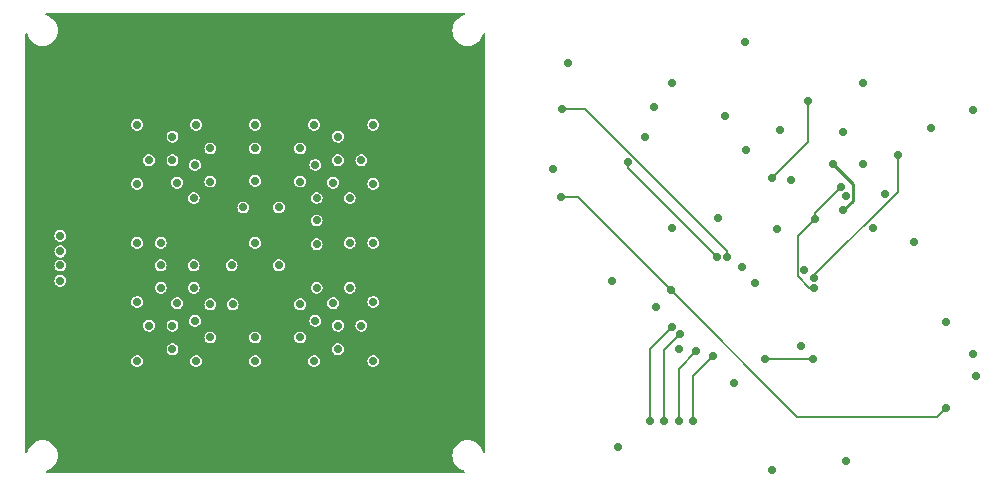
<source format=gbr>
%TF.GenerationSoftware,KiCad,Pcbnew,8.0.8*%
%TF.CreationDate,2025-02-13T14:20:33-05:00*%
%TF.ProjectId,GF24,47463234-2e6b-4696-9361-645f70636258,rev?*%
%TF.SameCoordinates,Original*%
%TF.FileFunction,Copper,L2,Inr*%
%TF.FilePolarity,Positive*%
%FSLAX46Y46*%
G04 Gerber Fmt 4.6, Leading zero omitted, Abs format (unit mm)*
G04 Created by KiCad (PCBNEW 8.0.8) date 2025-02-13 14:20:33*
%MOMM*%
%LPD*%
G01*
G04 APERTURE LIST*
%TA.AperFunction,ViaPad*%
%ADD10C,0.700000*%
%TD*%
%TA.AperFunction,Conductor*%
%ADD11C,0.250000*%
%TD*%
%TA.AperFunction,Conductor*%
%ADD12C,0.160000*%
%TD*%
G04 APERTURE END LIST*
D10*
%TO.N,GND*%
X139800000Y-107250000D03*
X125250000Y-96500000D03*
X120750000Y-127250000D03*
X116500000Y-94750000D03*
X115250000Y-103750000D03*
X131500000Y-93000000D03*
X125250000Y-108750000D03*
X123900000Y-115400000D03*
X129750000Y-99250000D03*
X140000000Y-128500000D03*
X150750000Y-98750000D03*
X136250000Y-118750000D03*
X138900000Y-103300000D03*
X123750000Y-98500000D03*
X147250000Y-100250000D03*
X141500000Y-96500000D03*
X133750000Y-129250000D03*
X120250000Y-113250000D03*
%TO.N,+3V3*%
X151000000Y-121250000D03*
X125900000Y-119000000D03*
X140000000Y-106050000D03*
%TO.N,NRST*%
X125200000Y-114000000D03*
X115900000Y-106100000D03*
X148500000Y-123950000D03*
%TO.N,/REG_I*%
X123000000Y-101035000D03*
X139800000Y-100600000D03*
X134400000Y-100400000D03*
%TO.N,BUTTON*%
X137300000Y-112950000D03*
X144400000Y-102550000D03*
%TO.N,VBUS*%
X133750000Y-104500000D03*
X136800000Y-98000000D03*
X143350000Y-105850000D03*
X142300000Y-108750000D03*
%TO.N,MODE*%
X137300000Y-113800000D03*
X137400000Y-107950000D03*
X139600000Y-105300000D03*
%TO.N,/SWDCLK*%
X134200000Y-108800000D03*
X148500000Y-116700000D03*
%TO.N,/SWDIO*%
X136500000Y-112250000D03*
X150800000Y-119400000D03*
%TO.N,BUZZER*%
X130500000Y-121850000D03*
X131200000Y-112050000D03*
%TO.N,/CH-TH-DIV*%
X132300000Y-113400000D03*
X129150000Y-107850000D03*
%TO.N,I2C-SDA*%
X137250000Y-119800000D03*
X133150000Y-119800000D03*
%TO.N,STATG*%
X129100000Y-111200000D03*
X121550000Y-103150000D03*
%TO.N,STATR*%
X115950000Y-98650000D03*
X129950000Y-111200000D03*
%TO.N,N-FAULT*%
X135350000Y-104700000D03*
X141500000Y-103300000D03*
%TO.N,N-CHRG*%
X145800000Y-109900000D03*
X131550000Y-102150000D03*
%TO.N,GNSS-RX*%
X73500000Y-110700000D03*
X95200000Y-108100000D03*
%TO.N,GNSS-TIMEPULSE*%
X88100000Y-115200000D03*
X73500000Y-113200000D03*
%TO.N,GNSS-TX*%
X73500000Y-111900000D03*
X95200000Y-110100000D03*
%TO.N,GNSS-N-RESET*%
X90000000Y-104750000D03*
X73500000Y-109400000D03*
%TO.N,/GNSS-ST-RX*%
X124650000Y-125100000D03*
X125950000Y-117750000D03*
%TO.N,/GNSS-ST-TIMEPULSE*%
X127050000Y-125100000D03*
X128750000Y-119550000D03*
%TO.N,/GNSS-ST-TX*%
X127350000Y-119150000D03*
X125850000Y-125100000D03*
%TO.N,/GNSS-ST-N-RESET*%
X123400000Y-125100000D03*
X125300000Y-117100000D03*
%TO.N,GNSS-3V3*%
X84700000Y-108100000D03*
X73500000Y-108200000D03*
X91900000Y-104700000D03*
%TO.N,GNSS-GND*%
X80000000Y-110000000D03*
X95100000Y-116600000D03*
X100000000Y-100000000D03*
X84800000Y-106200000D03*
X97000000Y-103000000D03*
X83000000Y-119000000D03*
X86200000Y-118000000D03*
X95100000Y-103400000D03*
X95000000Y-120000000D03*
X83000000Y-103000000D03*
X96600000Y-104900000D03*
X82000000Y-111900000D03*
X83000000Y-101000000D03*
X100000000Y-115000000D03*
X82000000Y-113800000D03*
X99000000Y-117000000D03*
X98000000Y-110000000D03*
X98000000Y-113800000D03*
X89000000Y-107000000D03*
X93800000Y-102000000D03*
X100000000Y-110000000D03*
X97000000Y-119000000D03*
X99000000Y-103000000D03*
X83400000Y-104900000D03*
X84800000Y-113800000D03*
X92000000Y-111900000D03*
X96600000Y-115100000D03*
X90000000Y-102000000D03*
X85000000Y-100000000D03*
X95000000Y-100000000D03*
X93800000Y-104800000D03*
X83400000Y-115100000D03*
X90000000Y-100000000D03*
X80000000Y-120000000D03*
X95200000Y-106200000D03*
X84900000Y-103400000D03*
X86200000Y-104800000D03*
X97000000Y-117000000D03*
X97000000Y-101000000D03*
X83000000Y-117000000D03*
X92000000Y-107000000D03*
X93800000Y-118000000D03*
X81000000Y-103000000D03*
X95200000Y-113800000D03*
X80000000Y-115000000D03*
X88000000Y-111900000D03*
X86200000Y-102000000D03*
X90000000Y-110000000D03*
X98000000Y-106200000D03*
X84800000Y-111900000D03*
X81000000Y-117000000D03*
X85000000Y-120000000D03*
X93800000Y-115200000D03*
X100000000Y-105000000D03*
X90000000Y-120000000D03*
X82000000Y-110000000D03*
X90000000Y-118000000D03*
X84900000Y-116600000D03*
X86200000Y-115200000D03*
X80000000Y-100000000D03*
X80000000Y-105000000D03*
X100000000Y-120000000D03*
%TD*%
D11*
%TO.N,GND*%
X140630000Y-105030000D02*
X138900000Y-103300000D01*
X139800000Y-107250000D02*
X140630000Y-106420000D01*
X140630000Y-106420000D02*
X140630000Y-105030000D01*
D12*
%TO.N,NRST*%
X117300000Y-106100000D02*
X125200000Y-114000000D01*
X115900000Y-106100000D02*
X117300000Y-106100000D01*
X147750000Y-124700000D02*
X148500000Y-123950000D01*
X135900000Y-124700000D02*
X147750000Y-124700000D01*
X125200000Y-114000000D02*
X135900000Y-124700000D01*
%TO.N,BUTTON*%
X144400000Y-102550000D02*
X144400000Y-105650000D01*
X144400000Y-105650000D02*
X137300000Y-112750000D01*
X137300000Y-112750000D02*
X137300000Y-112950000D01*
%TO.N,VBUS*%
X136800000Y-101450000D02*
X133750000Y-104500000D01*
X136800000Y-98000000D02*
X136800000Y-101450000D01*
%TO.N,MODE*%
X136900000Y-113800000D02*
X137300000Y-113800000D01*
X137400000Y-107950000D02*
X137400000Y-107500000D01*
X137400000Y-107500000D02*
X139600000Y-105300000D01*
X137400000Y-107950000D02*
X135920000Y-109430000D01*
X135920000Y-112820000D02*
X136900000Y-113800000D01*
X135920000Y-109430000D02*
X135920000Y-112820000D01*
%TO.N,I2C-SDA*%
X133150000Y-119800000D02*
X137250000Y-119800000D01*
%TO.N,STATG*%
X121550000Y-103650000D02*
X129100000Y-111200000D01*
X121550000Y-103150000D02*
X121550000Y-103650000D01*
%TO.N,STATR*%
X129950000Y-110650466D02*
X117949534Y-98650000D01*
X129950000Y-111200000D02*
X129950000Y-110650466D01*
X117949534Y-98650000D02*
X115950000Y-98650000D01*
%TO.N,/GNSS-ST-RX*%
X124650000Y-119050000D02*
X125950000Y-117750000D01*
X124650000Y-125100000D02*
X124650000Y-119050000D01*
%TO.N,/GNSS-ST-TIMEPULSE*%
X127050000Y-125100000D02*
X127050000Y-121250000D01*
X127050000Y-121250000D02*
X128750000Y-119550000D01*
%TO.N,/GNSS-ST-TX*%
X125850000Y-125100000D02*
X125850000Y-120650000D01*
X125850000Y-120650000D02*
X127350000Y-119150000D01*
%TO.N,/GNSS-ST-N-RESET*%
X123400000Y-125100000D02*
X123400000Y-119000000D01*
X123400000Y-119000000D02*
X125300000Y-117100000D01*
%TD*%
%TA.AperFunction,Conductor*%
%TO.N,GNSS-3V3*%
G36*
X107698493Y-90519685D02*
G01*
X107744248Y-90572489D01*
X107754192Y-90641647D01*
X107725167Y-90705203D01*
X107666389Y-90742977D01*
X107663547Y-90743775D01*
X107553511Y-90773258D01*
X107553502Y-90773261D01*
X107347267Y-90869431D01*
X107347265Y-90869432D01*
X107160858Y-90999954D01*
X106999954Y-91160858D01*
X106869432Y-91347265D01*
X106869431Y-91347267D01*
X106773261Y-91553502D01*
X106773258Y-91553511D01*
X106714366Y-91773302D01*
X106714364Y-91773313D01*
X106694532Y-91999998D01*
X106694532Y-92000001D01*
X106714364Y-92226686D01*
X106714366Y-92226697D01*
X106773258Y-92446488D01*
X106773261Y-92446497D01*
X106869431Y-92652732D01*
X106869432Y-92652734D01*
X106999954Y-92839141D01*
X107160858Y-93000045D01*
X107160861Y-93000047D01*
X107347266Y-93130568D01*
X107553504Y-93226739D01*
X107773308Y-93285635D01*
X107935230Y-93299801D01*
X107999998Y-93305468D01*
X108000000Y-93305468D01*
X108000002Y-93305468D01*
X108056673Y-93300509D01*
X108226692Y-93285635D01*
X108446496Y-93226739D01*
X108652734Y-93130568D01*
X108839139Y-93000047D01*
X109000047Y-92839139D01*
X109130568Y-92652734D01*
X109226739Y-92446496D01*
X109256225Y-92336451D01*
X109292590Y-92276791D01*
X109355437Y-92246262D01*
X109424812Y-92254556D01*
X109478690Y-92299042D01*
X109499965Y-92365594D01*
X109500000Y-92368545D01*
X109500000Y-127631454D01*
X109480315Y-127698493D01*
X109427511Y-127744248D01*
X109358353Y-127754192D01*
X109294797Y-127725167D01*
X109257023Y-127666389D01*
X109256225Y-127663547D01*
X109226741Y-127553511D01*
X109226738Y-127553502D01*
X109218645Y-127536146D01*
X109130568Y-127347266D01*
X109000047Y-127160861D01*
X109000045Y-127160858D01*
X108839141Y-126999954D01*
X108652734Y-126869432D01*
X108652732Y-126869431D01*
X108446497Y-126773261D01*
X108446488Y-126773258D01*
X108226697Y-126714366D01*
X108226693Y-126714365D01*
X108226692Y-126714365D01*
X108226691Y-126714364D01*
X108226686Y-126714364D01*
X108000002Y-126694532D01*
X107999998Y-126694532D01*
X107773313Y-126714364D01*
X107773302Y-126714366D01*
X107553511Y-126773258D01*
X107553502Y-126773261D01*
X107347267Y-126869431D01*
X107347265Y-126869432D01*
X107160858Y-126999954D01*
X106999954Y-127160858D01*
X106869432Y-127347265D01*
X106869431Y-127347267D01*
X106773261Y-127553502D01*
X106773258Y-127553511D01*
X106714366Y-127773302D01*
X106714364Y-127773313D01*
X106694532Y-127999998D01*
X106694532Y-128000001D01*
X106714364Y-128226686D01*
X106714366Y-128226697D01*
X106773258Y-128446488D01*
X106773261Y-128446497D01*
X106869431Y-128652732D01*
X106869432Y-128652734D01*
X106999954Y-128839141D01*
X107160858Y-129000045D01*
X107160861Y-129000047D01*
X107347266Y-129130568D01*
X107553504Y-129226739D01*
X107553509Y-129226740D01*
X107553511Y-129226741D01*
X107663547Y-129256225D01*
X107723208Y-129292590D01*
X107753737Y-129355437D01*
X107745442Y-129424812D01*
X107700957Y-129478690D01*
X107634405Y-129499965D01*
X107631454Y-129500000D01*
X72368546Y-129500000D01*
X72301507Y-129480315D01*
X72255752Y-129427511D01*
X72245808Y-129358353D01*
X72274833Y-129294797D01*
X72333611Y-129257023D01*
X72336453Y-129256225D01*
X72402957Y-129238405D01*
X72446496Y-129226739D01*
X72652734Y-129130568D01*
X72839139Y-129000047D01*
X73000047Y-128839139D01*
X73130568Y-128652734D01*
X73226739Y-128446496D01*
X73285635Y-128226692D01*
X73305468Y-128000000D01*
X73285635Y-127773308D01*
X73226739Y-127553504D01*
X73130568Y-127347266D01*
X73000047Y-127160861D01*
X73000045Y-127160858D01*
X72839141Y-126999954D01*
X72652734Y-126869432D01*
X72652732Y-126869431D01*
X72446497Y-126773261D01*
X72446488Y-126773258D01*
X72226697Y-126714366D01*
X72226693Y-126714365D01*
X72226692Y-126714365D01*
X72226691Y-126714364D01*
X72226686Y-126714364D01*
X72000002Y-126694532D01*
X71999998Y-126694532D01*
X71773313Y-126714364D01*
X71773302Y-126714366D01*
X71553511Y-126773258D01*
X71553502Y-126773261D01*
X71347267Y-126869431D01*
X71347265Y-126869432D01*
X71160858Y-126999954D01*
X70999954Y-127160858D01*
X70869432Y-127347265D01*
X70869431Y-127347267D01*
X70773261Y-127553502D01*
X70773258Y-127553511D01*
X70743775Y-127663547D01*
X70707410Y-127723208D01*
X70644563Y-127753737D01*
X70575188Y-127745442D01*
X70521310Y-127700957D01*
X70500035Y-127634405D01*
X70500000Y-127631454D01*
X70500000Y-120000000D01*
X79494353Y-120000000D01*
X79514834Y-120142456D01*
X79574622Y-120273371D01*
X79574623Y-120273373D01*
X79668872Y-120382143D01*
X79789947Y-120459953D01*
X79789950Y-120459954D01*
X79789949Y-120459954D01*
X79928036Y-120500499D01*
X79928038Y-120500500D01*
X79928039Y-120500500D01*
X80071962Y-120500500D01*
X80071962Y-120500499D01*
X80210053Y-120459953D01*
X80331128Y-120382143D01*
X80425377Y-120273373D01*
X80485165Y-120142457D01*
X80505647Y-120000000D01*
X84494353Y-120000000D01*
X84514834Y-120142456D01*
X84574622Y-120273371D01*
X84574623Y-120273373D01*
X84668872Y-120382143D01*
X84789947Y-120459953D01*
X84789950Y-120459954D01*
X84789949Y-120459954D01*
X84928036Y-120500499D01*
X84928038Y-120500500D01*
X84928039Y-120500500D01*
X85071962Y-120500500D01*
X85071962Y-120500499D01*
X85210053Y-120459953D01*
X85331128Y-120382143D01*
X85425377Y-120273373D01*
X85485165Y-120142457D01*
X85505647Y-120000000D01*
X89494353Y-120000000D01*
X89514834Y-120142456D01*
X89574622Y-120273371D01*
X89574623Y-120273373D01*
X89668872Y-120382143D01*
X89789947Y-120459953D01*
X89789950Y-120459954D01*
X89789949Y-120459954D01*
X89928036Y-120500499D01*
X89928038Y-120500500D01*
X89928039Y-120500500D01*
X90071962Y-120500500D01*
X90071962Y-120500499D01*
X90210053Y-120459953D01*
X90331128Y-120382143D01*
X90425377Y-120273373D01*
X90485165Y-120142457D01*
X90505647Y-120000000D01*
X94494353Y-120000000D01*
X94514834Y-120142456D01*
X94574622Y-120273371D01*
X94574623Y-120273373D01*
X94668872Y-120382143D01*
X94789947Y-120459953D01*
X94789950Y-120459954D01*
X94789949Y-120459954D01*
X94928036Y-120500499D01*
X94928038Y-120500500D01*
X94928039Y-120500500D01*
X95071962Y-120500500D01*
X95071962Y-120500499D01*
X95210053Y-120459953D01*
X95331128Y-120382143D01*
X95425377Y-120273373D01*
X95485165Y-120142457D01*
X95505647Y-120000000D01*
X99494353Y-120000000D01*
X99514834Y-120142456D01*
X99574622Y-120273371D01*
X99574623Y-120273373D01*
X99668872Y-120382143D01*
X99789947Y-120459953D01*
X99789950Y-120459954D01*
X99789949Y-120459954D01*
X99928036Y-120500499D01*
X99928038Y-120500500D01*
X99928039Y-120500500D01*
X100071962Y-120500500D01*
X100071962Y-120500499D01*
X100210053Y-120459953D01*
X100331128Y-120382143D01*
X100425377Y-120273373D01*
X100485165Y-120142457D01*
X100505647Y-120000000D01*
X100485165Y-119857543D01*
X100425377Y-119726627D01*
X100331128Y-119617857D01*
X100210053Y-119540047D01*
X100210051Y-119540046D01*
X100210049Y-119540045D01*
X100210050Y-119540045D01*
X100071963Y-119499500D01*
X100071961Y-119499500D01*
X99928039Y-119499500D01*
X99928036Y-119499500D01*
X99789949Y-119540045D01*
X99668873Y-119617856D01*
X99574623Y-119726626D01*
X99574622Y-119726628D01*
X99514834Y-119857543D01*
X99494353Y-120000000D01*
X95505647Y-120000000D01*
X95485165Y-119857543D01*
X95425377Y-119726627D01*
X95331128Y-119617857D01*
X95210053Y-119540047D01*
X95210051Y-119540046D01*
X95210049Y-119540045D01*
X95210050Y-119540045D01*
X95071963Y-119499500D01*
X95071961Y-119499500D01*
X94928039Y-119499500D01*
X94928036Y-119499500D01*
X94789949Y-119540045D01*
X94668873Y-119617856D01*
X94574623Y-119726626D01*
X94574622Y-119726628D01*
X94514834Y-119857543D01*
X94494353Y-120000000D01*
X90505647Y-120000000D01*
X90485165Y-119857543D01*
X90425377Y-119726627D01*
X90331128Y-119617857D01*
X90210053Y-119540047D01*
X90210051Y-119540046D01*
X90210049Y-119540045D01*
X90210050Y-119540045D01*
X90071963Y-119499500D01*
X90071961Y-119499500D01*
X89928039Y-119499500D01*
X89928036Y-119499500D01*
X89789949Y-119540045D01*
X89668873Y-119617856D01*
X89574623Y-119726626D01*
X89574622Y-119726628D01*
X89514834Y-119857543D01*
X89494353Y-120000000D01*
X85505647Y-120000000D01*
X85485165Y-119857543D01*
X85425377Y-119726627D01*
X85331128Y-119617857D01*
X85210053Y-119540047D01*
X85210051Y-119540046D01*
X85210049Y-119540045D01*
X85210050Y-119540045D01*
X85071963Y-119499500D01*
X85071961Y-119499500D01*
X84928039Y-119499500D01*
X84928036Y-119499500D01*
X84789949Y-119540045D01*
X84668873Y-119617856D01*
X84574623Y-119726626D01*
X84574622Y-119726628D01*
X84514834Y-119857543D01*
X84494353Y-120000000D01*
X80505647Y-120000000D01*
X80485165Y-119857543D01*
X80425377Y-119726627D01*
X80331128Y-119617857D01*
X80210053Y-119540047D01*
X80210051Y-119540046D01*
X80210049Y-119540045D01*
X80210050Y-119540045D01*
X80071963Y-119499500D01*
X80071961Y-119499500D01*
X79928039Y-119499500D01*
X79928036Y-119499500D01*
X79789949Y-119540045D01*
X79668873Y-119617856D01*
X79574623Y-119726626D01*
X79574622Y-119726628D01*
X79514834Y-119857543D01*
X79494353Y-120000000D01*
X70500000Y-120000000D01*
X70500000Y-119000000D01*
X82494353Y-119000000D01*
X82514834Y-119142456D01*
X82574622Y-119273371D01*
X82574623Y-119273373D01*
X82668872Y-119382143D01*
X82789947Y-119459953D01*
X82789950Y-119459954D01*
X82789949Y-119459954D01*
X82897107Y-119491417D01*
X82924633Y-119499500D01*
X82928036Y-119500499D01*
X82928038Y-119500500D01*
X82928039Y-119500500D01*
X83071962Y-119500500D01*
X83071962Y-119500499D01*
X83210053Y-119459953D01*
X83331128Y-119382143D01*
X83425377Y-119273373D01*
X83485165Y-119142457D01*
X83505647Y-119000000D01*
X96494353Y-119000000D01*
X96514834Y-119142456D01*
X96574622Y-119273371D01*
X96574623Y-119273373D01*
X96668872Y-119382143D01*
X96789947Y-119459953D01*
X96789950Y-119459954D01*
X96789949Y-119459954D01*
X96897107Y-119491417D01*
X96924633Y-119499500D01*
X96928036Y-119500499D01*
X96928038Y-119500500D01*
X96928039Y-119500500D01*
X97071962Y-119500500D01*
X97071962Y-119500499D01*
X97210053Y-119459953D01*
X97331128Y-119382143D01*
X97425377Y-119273373D01*
X97485165Y-119142457D01*
X97505647Y-119000000D01*
X97485165Y-118857543D01*
X97425377Y-118726627D01*
X97331128Y-118617857D01*
X97210053Y-118540047D01*
X97210051Y-118540046D01*
X97210049Y-118540045D01*
X97210050Y-118540045D01*
X97071963Y-118499500D01*
X97071961Y-118499500D01*
X96928039Y-118499500D01*
X96928036Y-118499500D01*
X96789949Y-118540045D01*
X96668873Y-118617856D01*
X96574623Y-118726626D01*
X96574622Y-118726628D01*
X96514834Y-118857543D01*
X96494353Y-119000000D01*
X83505647Y-119000000D01*
X83485165Y-118857543D01*
X83425377Y-118726627D01*
X83331128Y-118617857D01*
X83210053Y-118540047D01*
X83210051Y-118540046D01*
X83210049Y-118540045D01*
X83210050Y-118540045D01*
X83071963Y-118499500D01*
X83071961Y-118499500D01*
X82928039Y-118499500D01*
X82928036Y-118499500D01*
X82789949Y-118540045D01*
X82668873Y-118617856D01*
X82574623Y-118726626D01*
X82574622Y-118726628D01*
X82514834Y-118857543D01*
X82494353Y-119000000D01*
X70500000Y-119000000D01*
X70500000Y-118000000D01*
X85694353Y-118000000D01*
X85714834Y-118142456D01*
X85774622Y-118273371D01*
X85774623Y-118273373D01*
X85868872Y-118382143D01*
X85989947Y-118459953D01*
X85989950Y-118459954D01*
X85989949Y-118459954D01*
X86097107Y-118491417D01*
X86124633Y-118499500D01*
X86128036Y-118500499D01*
X86128038Y-118500500D01*
X86128039Y-118500500D01*
X86271962Y-118500500D01*
X86271962Y-118500499D01*
X86410053Y-118459953D01*
X86531128Y-118382143D01*
X86625377Y-118273373D01*
X86685165Y-118142457D01*
X86705647Y-118000000D01*
X89494353Y-118000000D01*
X89514834Y-118142456D01*
X89574622Y-118273371D01*
X89574623Y-118273373D01*
X89668872Y-118382143D01*
X89789947Y-118459953D01*
X89789950Y-118459954D01*
X89789949Y-118459954D01*
X89897107Y-118491417D01*
X89924633Y-118499500D01*
X89928036Y-118500499D01*
X89928038Y-118500500D01*
X89928039Y-118500500D01*
X90071962Y-118500500D01*
X90071962Y-118500499D01*
X90210053Y-118459953D01*
X90331128Y-118382143D01*
X90425377Y-118273373D01*
X90485165Y-118142457D01*
X90505647Y-118000000D01*
X93294353Y-118000000D01*
X93314834Y-118142456D01*
X93374622Y-118273371D01*
X93374623Y-118273373D01*
X93468872Y-118382143D01*
X93589947Y-118459953D01*
X93589950Y-118459954D01*
X93589949Y-118459954D01*
X93697107Y-118491417D01*
X93724633Y-118499500D01*
X93728036Y-118500499D01*
X93728038Y-118500500D01*
X93728039Y-118500500D01*
X93871962Y-118500500D01*
X93871962Y-118500499D01*
X94010053Y-118459953D01*
X94131128Y-118382143D01*
X94225377Y-118273373D01*
X94285165Y-118142457D01*
X94305647Y-118000000D01*
X94285165Y-117857543D01*
X94225377Y-117726627D01*
X94131128Y-117617857D01*
X94010053Y-117540047D01*
X94010051Y-117540046D01*
X94010049Y-117540045D01*
X94010050Y-117540045D01*
X93871963Y-117499500D01*
X93871961Y-117499500D01*
X93728039Y-117499500D01*
X93728036Y-117499500D01*
X93589949Y-117540045D01*
X93468873Y-117617856D01*
X93374623Y-117726626D01*
X93374622Y-117726628D01*
X93314834Y-117857543D01*
X93294353Y-118000000D01*
X90505647Y-118000000D01*
X90485165Y-117857543D01*
X90425377Y-117726627D01*
X90331128Y-117617857D01*
X90210053Y-117540047D01*
X90210051Y-117540046D01*
X90210049Y-117540045D01*
X90210050Y-117540045D01*
X90071963Y-117499500D01*
X90071961Y-117499500D01*
X89928039Y-117499500D01*
X89928036Y-117499500D01*
X89789949Y-117540045D01*
X89668873Y-117617856D01*
X89574623Y-117726626D01*
X89574622Y-117726628D01*
X89514834Y-117857543D01*
X89494353Y-118000000D01*
X86705647Y-118000000D01*
X86685165Y-117857543D01*
X86625377Y-117726627D01*
X86531128Y-117617857D01*
X86410053Y-117540047D01*
X86410051Y-117540046D01*
X86410049Y-117540045D01*
X86410050Y-117540045D01*
X86271963Y-117499500D01*
X86271961Y-117499500D01*
X86128039Y-117499500D01*
X86128036Y-117499500D01*
X85989949Y-117540045D01*
X85868873Y-117617856D01*
X85774623Y-117726626D01*
X85774622Y-117726628D01*
X85714834Y-117857543D01*
X85694353Y-118000000D01*
X70500000Y-118000000D01*
X70500000Y-117000000D01*
X80494353Y-117000000D01*
X80514834Y-117142456D01*
X80574622Y-117273371D01*
X80574623Y-117273373D01*
X80668872Y-117382143D01*
X80789947Y-117459953D01*
X80789950Y-117459954D01*
X80789949Y-117459954D01*
X80897107Y-117491417D01*
X80924633Y-117499500D01*
X80928036Y-117500499D01*
X80928038Y-117500500D01*
X80928039Y-117500500D01*
X81071962Y-117500500D01*
X81071962Y-117500499D01*
X81210053Y-117459953D01*
X81331128Y-117382143D01*
X81425377Y-117273373D01*
X81485165Y-117142457D01*
X81505647Y-117000000D01*
X82494353Y-117000000D01*
X82514834Y-117142456D01*
X82574622Y-117273371D01*
X82574623Y-117273373D01*
X82668872Y-117382143D01*
X82789947Y-117459953D01*
X82789950Y-117459954D01*
X82789949Y-117459954D01*
X82897107Y-117491417D01*
X82924633Y-117499500D01*
X82928036Y-117500499D01*
X82928038Y-117500500D01*
X82928039Y-117500500D01*
X83071962Y-117500500D01*
X83071962Y-117500499D01*
X83210053Y-117459953D01*
X83331128Y-117382143D01*
X83425377Y-117273373D01*
X83485165Y-117142457D01*
X83505647Y-117000000D01*
X83485165Y-116857543D01*
X83425377Y-116726627D01*
X83331128Y-116617857D01*
X83303342Y-116600000D01*
X84394353Y-116600000D01*
X84414834Y-116742456D01*
X84474622Y-116873371D01*
X84474623Y-116873373D01*
X84568872Y-116982143D01*
X84689947Y-117059953D01*
X84689950Y-117059954D01*
X84689949Y-117059954D01*
X84828036Y-117100499D01*
X84828038Y-117100500D01*
X84828039Y-117100500D01*
X84971962Y-117100500D01*
X84971962Y-117100499D01*
X85110053Y-117059953D01*
X85231128Y-116982143D01*
X85325377Y-116873373D01*
X85385165Y-116742457D01*
X85405647Y-116600000D01*
X94594353Y-116600000D01*
X94614834Y-116742456D01*
X94674622Y-116873371D01*
X94674623Y-116873373D01*
X94768872Y-116982143D01*
X94889947Y-117059953D01*
X94889950Y-117059954D01*
X94889949Y-117059954D01*
X95028036Y-117100499D01*
X95028038Y-117100500D01*
X95028039Y-117100500D01*
X95171962Y-117100500D01*
X95171962Y-117100499D01*
X95310053Y-117059953D01*
X95403342Y-117000000D01*
X96494353Y-117000000D01*
X96514834Y-117142456D01*
X96574622Y-117273371D01*
X96574623Y-117273373D01*
X96668872Y-117382143D01*
X96789947Y-117459953D01*
X96789950Y-117459954D01*
X96789949Y-117459954D01*
X96897107Y-117491417D01*
X96924633Y-117499500D01*
X96928036Y-117500499D01*
X96928038Y-117500500D01*
X96928039Y-117500500D01*
X97071962Y-117500500D01*
X97071962Y-117500499D01*
X97210053Y-117459953D01*
X97331128Y-117382143D01*
X97425377Y-117273373D01*
X97485165Y-117142457D01*
X97505647Y-117000000D01*
X98494353Y-117000000D01*
X98514834Y-117142456D01*
X98574622Y-117273371D01*
X98574623Y-117273373D01*
X98668872Y-117382143D01*
X98789947Y-117459953D01*
X98789950Y-117459954D01*
X98789949Y-117459954D01*
X98897107Y-117491417D01*
X98924633Y-117499500D01*
X98928036Y-117500499D01*
X98928038Y-117500500D01*
X98928039Y-117500500D01*
X99071962Y-117500500D01*
X99071962Y-117500499D01*
X99210053Y-117459953D01*
X99331128Y-117382143D01*
X99425377Y-117273373D01*
X99485165Y-117142457D01*
X99505647Y-117000000D01*
X99485165Y-116857543D01*
X99425377Y-116726627D01*
X99331128Y-116617857D01*
X99210053Y-116540047D01*
X99210051Y-116540046D01*
X99210049Y-116540045D01*
X99210050Y-116540045D01*
X99071963Y-116499500D01*
X99071961Y-116499500D01*
X98928039Y-116499500D01*
X98928036Y-116499500D01*
X98789949Y-116540045D01*
X98668873Y-116617856D01*
X98574623Y-116726626D01*
X98574622Y-116726628D01*
X98514834Y-116857543D01*
X98494353Y-117000000D01*
X97505647Y-117000000D01*
X97485165Y-116857543D01*
X97425377Y-116726627D01*
X97331128Y-116617857D01*
X97210053Y-116540047D01*
X97210051Y-116540046D01*
X97210049Y-116540045D01*
X97210050Y-116540045D01*
X97071963Y-116499500D01*
X97071961Y-116499500D01*
X96928039Y-116499500D01*
X96928036Y-116499500D01*
X96789949Y-116540045D01*
X96668873Y-116617856D01*
X96574623Y-116726626D01*
X96574622Y-116726628D01*
X96514834Y-116857543D01*
X96494353Y-117000000D01*
X95403342Y-117000000D01*
X95431128Y-116982143D01*
X95525377Y-116873373D01*
X95585165Y-116742457D01*
X95605647Y-116600000D01*
X95585165Y-116457543D01*
X95525377Y-116326627D01*
X95431128Y-116217857D01*
X95310053Y-116140047D01*
X95310051Y-116140046D01*
X95310049Y-116140045D01*
X95310050Y-116140045D01*
X95171963Y-116099500D01*
X95171961Y-116099500D01*
X95028039Y-116099500D01*
X95028036Y-116099500D01*
X94889949Y-116140045D01*
X94768873Y-116217856D01*
X94674623Y-116326626D01*
X94674622Y-116326628D01*
X94614834Y-116457543D01*
X94594353Y-116600000D01*
X85405647Y-116600000D01*
X85385165Y-116457543D01*
X85325377Y-116326627D01*
X85231128Y-116217857D01*
X85110053Y-116140047D01*
X85110051Y-116140046D01*
X85110049Y-116140045D01*
X85110050Y-116140045D01*
X84971963Y-116099500D01*
X84971961Y-116099500D01*
X84828039Y-116099500D01*
X84828036Y-116099500D01*
X84689949Y-116140045D01*
X84568873Y-116217856D01*
X84474623Y-116326626D01*
X84474622Y-116326628D01*
X84414834Y-116457543D01*
X84394353Y-116600000D01*
X83303342Y-116600000D01*
X83210053Y-116540047D01*
X83210051Y-116540046D01*
X83210049Y-116540045D01*
X83210050Y-116540045D01*
X83071963Y-116499500D01*
X83071961Y-116499500D01*
X82928039Y-116499500D01*
X82928036Y-116499500D01*
X82789949Y-116540045D01*
X82668873Y-116617856D01*
X82574623Y-116726626D01*
X82574622Y-116726628D01*
X82514834Y-116857543D01*
X82494353Y-117000000D01*
X81505647Y-117000000D01*
X81485165Y-116857543D01*
X81425377Y-116726627D01*
X81331128Y-116617857D01*
X81210053Y-116540047D01*
X81210051Y-116540046D01*
X81210049Y-116540045D01*
X81210050Y-116540045D01*
X81071963Y-116499500D01*
X81071961Y-116499500D01*
X80928039Y-116499500D01*
X80928036Y-116499500D01*
X80789949Y-116540045D01*
X80668873Y-116617856D01*
X80574623Y-116726626D01*
X80574622Y-116726628D01*
X80514834Y-116857543D01*
X80494353Y-117000000D01*
X70500000Y-117000000D01*
X70500000Y-115000000D01*
X79494353Y-115000000D01*
X79514834Y-115142456D01*
X79560504Y-115242457D01*
X79574623Y-115273373D01*
X79668872Y-115382143D01*
X79789947Y-115459953D01*
X79789950Y-115459954D01*
X79789949Y-115459954D01*
X79928036Y-115500499D01*
X79928038Y-115500500D01*
X79928039Y-115500500D01*
X80071962Y-115500500D01*
X80071962Y-115500499D01*
X80210053Y-115459953D01*
X80331128Y-115382143D01*
X80425377Y-115273373D01*
X80485165Y-115142457D01*
X80491269Y-115100000D01*
X82894353Y-115100000D01*
X82914834Y-115242456D01*
X82960504Y-115342457D01*
X82974623Y-115373373D01*
X83068872Y-115482143D01*
X83189947Y-115559953D01*
X83189950Y-115559954D01*
X83189949Y-115559954D01*
X83328036Y-115600499D01*
X83328038Y-115600500D01*
X83328039Y-115600500D01*
X83471962Y-115600500D01*
X83471962Y-115600499D01*
X83610053Y-115559953D01*
X83731128Y-115482143D01*
X83825377Y-115373373D01*
X83885165Y-115242457D01*
X83891269Y-115200000D01*
X85694353Y-115200000D01*
X85714834Y-115342456D01*
X85728953Y-115373371D01*
X85774623Y-115473373D01*
X85868872Y-115582143D01*
X85989947Y-115659953D01*
X85989950Y-115659954D01*
X85989949Y-115659954D01*
X86128036Y-115700499D01*
X86128038Y-115700500D01*
X86128039Y-115700500D01*
X86271962Y-115700500D01*
X86271962Y-115700499D01*
X86410053Y-115659953D01*
X86531128Y-115582143D01*
X86625377Y-115473373D01*
X86685165Y-115342457D01*
X86705647Y-115200000D01*
X87594353Y-115200000D01*
X87614834Y-115342456D01*
X87628953Y-115373371D01*
X87674623Y-115473373D01*
X87768872Y-115582143D01*
X87889947Y-115659953D01*
X87889950Y-115659954D01*
X87889949Y-115659954D01*
X88028036Y-115700499D01*
X88028038Y-115700500D01*
X88028039Y-115700500D01*
X88171962Y-115700500D01*
X88171962Y-115700499D01*
X88310053Y-115659953D01*
X88431128Y-115582143D01*
X88525377Y-115473373D01*
X88585165Y-115342457D01*
X88605647Y-115200000D01*
X93294353Y-115200000D01*
X93314834Y-115342456D01*
X93328953Y-115373371D01*
X93374623Y-115473373D01*
X93468872Y-115582143D01*
X93589947Y-115659953D01*
X93589950Y-115659954D01*
X93589949Y-115659954D01*
X93728036Y-115700499D01*
X93728038Y-115700500D01*
X93728039Y-115700500D01*
X93871962Y-115700500D01*
X93871962Y-115700499D01*
X94010053Y-115659953D01*
X94131128Y-115582143D01*
X94225377Y-115473373D01*
X94285165Y-115342457D01*
X94305647Y-115200000D01*
X94291269Y-115100000D01*
X96094353Y-115100000D01*
X96114834Y-115242456D01*
X96160504Y-115342457D01*
X96174623Y-115373373D01*
X96268872Y-115482143D01*
X96389947Y-115559953D01*
X96389950Y-115559954D01*
X96389949Y-115559954D01*
X96528036Y-115600499D01*
X96528038Y-115600500D01*
X96528039Y-115600500D01*
X96671962Y-115600500D01*
X96671962Y-115600499D01*
X96810053Y-115559953D01*
X96931128Y-115482143D01*
X97025377Y-115373373D01*
X97085165Y-115242457D01*
X97105647Y-115100000D01*
X97091269Y-115000000D01*
X99494353Y-115000000D01*
X99514834Y-115142456D01*
X99560504Y-115242457D01*
X99574623Y-115273373D01*
X99668872Y-115382143D01*
X99789947Y-115459953D01*
X99789950Y-115459954D01*
X99789949Y-115459954D01*
X99928036Y-115500499D01*
X99928038Y-115500500D01*
X99928039Y-115500500D01*
X100071962Y-115500500D01*
X100071962Y-115500499D01*
X100210053Y-115459953D01*
X100331128Y-115382143D01*
X100425377Y-115273373D01*
X100485165Y-115142457D01*
X100505647Y-115000000D01*
X100485165Y-114857543D01*
X100425377Y-114726627D01*
X100331128Y-114617857D01*
X100210053Y-114540047D01*
X100210051Y-114540046D01*
X100210049Y-114540045D01*
X100210050Y-114540045D01*
X100071963Y-114499500D01*
X100071961Y-114499500D01*
X99928039Y-114499500D01*
X99928036Y-114499500D01*
X99789949Y-114540045D01*
X99668873Y-114617856D01*
X99574623Y-114726626D01*
X99574622Y-114726628D01*
X99514834Y-114857543D01*
X99494353Y-115000000D01*
X97091269Y-115000000D01*
X97085165Y-114957543D01*
X97025377Y-114826627D01*
X96931128Y-114717857D01*
X96810053Y-114640047D01*
X96810051Y-114640046D01*
X96810049Y-114640045D01*
X96810050Y-114640045D01*
X96671963Y-114599500D01*
X96671961Y-114599500D01*
X96528039Y-114599500D01*
X96528036Y-114599500D01*
X96389949Y-114640045D01*
X96268873Y-114717856D01*
X96174623Y-114826626D01*
X96174622Y-114826628D01*
X96114834Y-114957543D01*
X96094353Y-115100000D01*
X94291269Y-115100000D01*
X94285165Y-115057543D01*
X94225377Y-114926627D01*
X94131128Y-114817857D01*
X94010053Y-114740047D01*
X94010051Y-114740046D01*
X94010049Y-114740045D01*
X94010050Y-114740045D01*
X93871963Y-114699500D01*
X93871961Y-114699500D01*
X93728039Y-114699500D01*
X93728036Y-114699500D01*
X93589949Y-114740045D01*
X93468873Y-114817856D01*
X93374623Y-114926626D01*
X93374622Y-114926628D01*
X93314834Y-115057543D01*
X93294353Y-115200000D01*
X88605647Y-115200000D01*
X88585165Y-115057543D01*
X88525377Y-114926627D01*
X88431128Y-114817857D01*
X88310053Y-114740047D01*
X88310051Y-114740046D01*
X88310049Y-114740045D01*
X88310050Y-114740045D01*
X88171963Y-114699500D01*
X88171961Y-114699500D01*
X88028039Y-114699500D01*
X88028036Y-114699500D01*
X87889949Y-114740045D01*
X87768873Y-114817856D01*
X87674623Y-114926626D01*
X87674622Y-114926628D01*
X87614834Y-115057543D01*
X87594353Y-115200000D01*
X86705647Y-115200000D01*
X86685165Y-115057543D01*
X86625377Y-114926627D01*
X86531128Y-114817857D01*
X86410053Y-114740047D01*
X86410051Y-114740046D01*
X86410049Y-114740045D01*
X86410050Y-114740045D01*
X86271963Y-114699500D01*
X86271961Y-114699500D01*
X86128039Y-114699500D01*
X86128036Y-114699500D01*
X85989949Y-114740045D01*
X85868873Y-114817856D01*
X85774623Y-114926626D01*
X85774622Y-114926628D01*
X85714834Y-115057543D01*
X85694353Y-115200000D01*
X83891269Y-115200000D01*
X83905647Y-115100000D01*
X83885165Y-114957543D01*
X83825377Y-114826627D01*
X83731128Y-114717857D01*
X83610053Y-114640047D01*
X83610051Y-114640046D01*
X83610049Y-114640045D01*
X83610050Y-114640045D01*
X83471963Y-114599500D01*
X83471961Y-114599500D01*
X83328039Y-114599500D01*
X83328036Y-114599500D01*
X83189949Y-114640045D01*
X83068873Y-114717856D01*
X82974623Y-114826626D01*
X82974622Y-114826628D01*
X82914834Y-114957543D01*
X82894353Y-115100000D01*
X80491269Y-115100000D01*
X80505647Y-115000000D01*
X80485165Y-114857543D01*
X80425377Y-114726627D01*
X80331128Y-114617857D01*
X80210053Y-114540047D01*
X80210051Y-114540046D01*
X80210049Y-114540045D01*
X80210050Y-114540045D01*
X80071963Y-114499500D01*
X80071961Y-114499500D01*
X79928039Y-114499500D01*
X79928036Y-114499500D01*
X79789949Y-114540045D01*
X79668873Y-114617856D01*
X79574623Y-114726626D01*
X79574622Y-114726628D01*
X79514834Y-114857543D01*
X79494353Y-115000000D01*
X70500000Y-115000000D01*
X70500000Y-113800000D01*
X81494353Y-113800000D01*
X81514834Y-113942456D01*
X81574622Y-114073371D01*
X81574623Y-114073373D01*
X81668872Y-114182143D01*
X81789947Y-114259953D01*
X81789950Y-114259954D01*
X81789949Y-114259954D01*
X81928036Y-114300499D01*
X81928038Y-114300500D01*
X81928039Y-114300500D01*
X82071962Y-114300500D01*
X82071962Y-114300499D01*
X82210053Y-114259953D01*
X82331128Y-114182143D01*
X82425377Y-114073373D01*
X82485165Y-113942457D01*
X82505647Y-113800000D01*
X84294353Y-113800000D01*
X84314834Y-113942456D01*
X84374622Y-114073371D01*
X84374623Y-114073373D01*
X84468872Y-114182143D01*
X84589947Y-114259953D01*
X84589950Y-114259954D01*
X84589949Y-114259954D01*
X84728036Y-114300499D01*
X84728038Y-114300500D01*
X84728039Y-114300500D01*
X84871962Y-114300500D01*
X84871962Y-114300499D01*
X85010053Y-114259953D01*
X85131128Y-114182143D01*
X85225377Y-114073373D01*
X85285165Y-113942457D01*
X85305647Y-113800000D01*
X94694353Y-113800000D01*
X94714834Y-113942456D01*
X94774622Y-114073371D01*
X94774623Y-114073373D01*
X94868872Y-114182143D01*
X94989947Y-114259953D01*
X94989950Y-114259954D01*
X94989949Y-114259954D01*
X95128036Y-114300499D01*
X95128038Y-114300500D01*
X95128039Y-114300500D01*
X95271962Y-114300500D01*
X95271962Y-114300499D01*
X95410053Y-114259953D01*
X95531128Y-114182143D01*
X95625377Y-114073373D01*
X95685165Y-113942457D01*
X95705647Y-113800000D01*
X97494353Y-113800000D01*
X97514834Y-113942456D01*
X97574622Y-114073371D01*
X97574623Y-114073373D01*
X97668872Y-114182143D01*
X97789947Y-114259953D01*
X97789950Y-114259954D01*
X97789949Y-114259954D01*
X97928036Y-114300499D01*
X97928038Y-114300500D01*
X97928039Y-114300500D01*
X98071962Y-114300500D01*
X98071962Y-114300499D01*
X98210053Y-114259953D01*
X98331128Y-114182143D01*
X98425377Y-114073373D01*
X98485165Y-113942457D01*
X98505647Y-113800000D01*
X98485165Y-113657543D01*
X98425377Y-113526627D01*
X98331128Y-113417857D01*
X98210053Y-113340047D01*
X98210051Y-113340046D01*
X98210049Y-113340045D01*
X98210050Y-113340045D01*
X98071963Y-113299500D01*
X98071961Y-113299500D01*
X97928039Y-113299500D01*
X97928036Y-113299500D01*
X97789949Y-113340045D01*
X97668873Y-113417856D01*
X97574623Y-113526626D01*
X97574622Y-113526628D01*
X97514834Y-113657543D01*
X97494353Y-113800000D01*
X95705647Y-113800000D01*
X95685165Y-113657543D01*
X95625377Y-113526627D01*
X95531128Y-113417857D01*
X95410053Y-113340047D01*
X95410051Y-113340046D01*
X95410049Y-113340045D01*
X95410050Y-113340045D01*
X95271963Y-113299500D01*
X95271961Y-113299500D01*
X95128039Y-113299500D01*
X95128036Y-113299500D01*
X94989949Y-113340045D01*
X94868873Y-113417856D01*
X94774623Y-113526626D01*
X94774622Y-113526628D01*
X94714834Y-113657543D01*
X94694353Y-113800000D01*
X85305647Y-113800000D01*
X85285165Y-113657543D01*
X85225377Y-113526627D01*
X85131128Y-113417857D01*
X85010053Y-113340047D01*
X85010051Y-113340046D01*
X85010049Y-113340045D01*
X85010050Y-113340045D01*
X84871963Y-113299500D01*
X84871961Y-113299500D01*
X84728039Y-113299500D01*
X84728036Y-113299500D01*
X84589949Y-113340045D01*
X84468873Y-113417856D01*
X84374623Y-113526626D01*
X84374622Y-113526628D01*
X84314834Y-113657543D01*
X84294353Y-113800000D01*
X82505647Y-113800000D01*
X82485165Y-113657543D01*
X82425377Y-113526627D01*
X82331128Y-113417857D01*
X82210053Y-113340047D01*
X82210051Y-113340046D01*
X82210049Y-113340045D01*
X82210050Y-113340045D01*
X82071963Y-113299500D01*
X82071961Y-113299500D01*
X81928039Y-113299500D01*
X81928036Y-113299500D01*
X81789949Y-113340045D01*
X81668873Y-113417856D01*
X81574623Y-113526626D01*
X81574622Y-113526628D01*
X81514834Y-113657543D01*
X81494353Y-113800000D01*
X70500000Y-113800000D01*
X70500000Y-113200000D01*
X72994353Y-113200000D01*
X73014834Y-113342456D01*
X73049269Y-113417856D01*
X73074623Y-113473373D01*
X73168872Y-113582143D01*
X73289947Y-113659953D01*
X73289950Y-113659954D01*
X73289949Y-113659954D01*
X73428036Y-113700499D01*
X73428038Y-113700500D01*
X73428039Y-113700500D01*
X73571962Y-113700500D01*
X73571962Y-113700499D01*
X73710053Y-113659953D01*
X73831128Y-113582143D01*
X73925377Y-113473373D01*
X73985165Y-113342457D01*
X74005647Y-113200000D01*
X73985165Y-113057543D01*
X73925377Y-112926627D01*
X73831128Y-112817857D01*
X73710053Y-112740047D01*
X73710051Y-112740046D01*
X73710049Y-112740045D01*
X73710050Y-112740045D01*
X73571963Y-112699500D01*
X73571961Y-112699500D01*
X73428039Y-112699500D01*
X73428036Y-112699500D01*
X73289949Y-112740045D01*
X73168873Y-112817856D01*
X73074623Y-112926626D01*
X73074622Y-112926628D01*
X73014834Y-113057543D01*
X72994353Y-113200000D01*
X70500000Y-113200000D01*
X70500000Y-110700000D01*
X72994353Y-110700000D01*
X73014834Y-110842456D01*
X73074622Y-110973371D01*
X73074623Y-110973373D01*
X73168872Y-111082143D01*
X73246683Y-111132148D01*
X73289948Y-111159954D01*
X73361704Y-111181023D01*
X73420482Y-111218797D01*
X73449507Y-111282353D01*
X73439563Y-111351511D01*
X73393809Y-111404315D01*
X73361704Y-111418977D01*
X73289948Y-111440045D01*
X73168873Y-111517856D01*
X73074623Y-111626626D01*
X73074622Y-111626628D01*
X73014834Y-111757543D01*
X72994353Y-111900000D01*
X73014834Y-112042456D01*
X73074622Y-112173371D01*
X73074623Y-112173373D01*
X73168872Y-112282143D01*
X73289947Y-112359953D01*
X73289950Y-112359954D01*
X73289949Y-112359954D01*
X73428036Y-112400499D01*
X73428038Y-112400500D01*
X73428039Y-112400500D01*
X73571962Y-112400500D01*
X73571962Y-112400499D01*
X73710053Y-112359953D01*
X73831128Y-112282143D01*
X73925377Y-112173373D01*
X73985165Y-112042457D01*
X74005647Y-111900000D01*
X81494353Y-111900000D01*
X81514834Y-112042456D01*
X81574622Y-112173371D01*
X81574623Y-112173373D01*
X81668872Y-112282143D01*
X81789947Y-112359953D01*
X81789950Y-112359954D01*
X81789949Y-112359954D01*
X81928036Y-112400499D01*
X81928038Y-112400500D01*
X81928039Y-112400500D01*
X82071962Y-112400500D01*
X82071962Y-112400499D01*
X82210053Y-112359953D01*
X82331128Y-112282143D01*
X82425377Y-112173373D01*
X82485165Y-112042457D01*
X82505647Y-111900000D01*
X84294353Y-111900000D01*
X84314834Y-112042456D01*
X84374622Y-112173371D01*
X84374623Y-112173373D01*
X84468872Y-112282143D01*
X84589947Y-112359953D01*
X84589950Y-112359954D01*
X84589949Y-112359954D01*
X84728036Y-112400499D01*
X84728038Y-112400500D01*
X84728039Y-112400500D01*
X84871962Y-112400500D01*
X84871962Y-112400499D01*
X85010053Y-112359953D01*
X85131128Y-112282143D01*
X85225377Y-112173373D01*
X85285165Y-112042457D01*
X85305647Y-111900000D01*
X87494353Y-111900000D01*
X87514834Y-112042456D01*
X87574622Y-112173371D01*
X87574623Y-112173373D01*
X87668872Y-112282143D01*
X87789947Y-112359953D01*
X87789950Y-112359954D01*
X87789949Y-112359954D01*
X87928036Y-112400499D01*
X87928038Y-112400500D01*
X87928039Y-112400500D01*
X88071962Y-112400500D01*
X88071962Y-112400499D01*
X88210053Y-112359953D01*
X88331128Y-112282143D01*
X88425377Y-112173373D01*
X88485165Y-112042457D01*
X88505647Y-111900000D01*
X91494353Y-111900000D01*
X91514834Y-112042456D01*
X91574622Y-112173371D01*
X91574623Y-112173373D01*
X91668872Y-112282143D01*
X91789947Y-112359953D01*
X91789950Y-112359954D01*
X91789949Y-112359954D01*
X91928036Y-112400499D01*
X91928038Y-112400500D01*
X91928039Y-112400500D01*
X92071962Y-112400500D01*
X92071962Y-112400499D01*
X92210053Y-112359953D01*
X92331128Y-112282143D01*
X92425377Y-112173373D01*
X92485165Y-112042457D01*
X92505647Y-111900000D01*
X92485165Y-111757543D01*
X92425377Y-111626627D01*
X92331128Y-111517857D01*
X92210053Y-111440047D01*
X92210051Y-111440046D01*
X92210049Y-111440045D01*
X92210050Y-111440045D01*
X92071963Y-111399500D01*
X92071961Y-111399500D01*
X91928039Y-111399500D01*
X91928036Y-111399500D01*
X91789949Y-111440045D01*
X91668873Y-111517856D01*
X91574623Y-111626626D01*
X91574622Y-111626628D01*
X91514834Y-111757543D01*
X91494353Y-111900000D01*
X88505647Y-111900000D01*
X88485165Y-111757543D01*
X88425377Y-111626627D01*
X88331128Y-111517857D01*
X88210053Y-111440047D01*
X88210051Y-111440046D01*
X88210049Y-111440045D01*
X88210050Y-111440045D01*
X88071963Y-111399500D01*
X88071961Y-111399500D01*
X87928039Y-111399500D01*
X87928036Y-111399500D01*
X87789949Y-111440045D01*
X87668873Y-111517856D01*
X87574623Y-111626626D01*
X87574622Y-111626628D01*
X87514834Y-111757543D01*
X87494353Y-111900000D01*
X85305647Y-111900000D01*
X85285165Y-111757543D01*
X85225377Y-111626627D01*
X85131128Y-111517857D01*
X85010053Y-111440047D01*
X85010051Y-111440046D01*
X85010049Y-111440045D01*
X85010050Y-111440045D01*
X84871963Y-111399500D01*
X84871961Y-111399500D01*
X84728039Y-111399500D01*
X84728036Y-111399500D01*
X84589949Y-111440045D01*
X84468873Y-111517856D01*
X84374623Y-111626626D01*
X84374622Y-111626628D01*
X84314834Y-111757543D01*
X84294353Y-111900000D01*
X82505647Y-111900000D01*
X82485165Y-111757543D01*
X82425377Y-111626627D01*
X82331128Y-111517857D01*
X82210053Y-111440047D01*
X82210051Y-111440046D01*
X82210049Y-111440045D01*
X82210050Y-111440045D01*
X82071963Y-111399500D01*
X82071961Y-111399500D01*
X81928039Y-111399500D01*
X81928036Y-111399500D01*
X81789949Y-111440045D01*
X81668873Y-111517856D01*
X81574623Y-111626626D01*
X81574622Y-111626628D01*
X81514834Y-111757543D01*
X81494353Y-111900000D01*
X74005647Y-111900000D01*
X73985165Y-111757543D01*
X73925377Y-111626627D01*
X73831128Y-111517857D01*
X73710053Y-111440047D01*
X73710051Y-111440046D01*
X73710049Y-111440045D01*
X73710050Y-111440045D01*
X73638296Y-111418977D01*
X73579518Y-111381203D01*
X73550492Y-111317648D01*
X73560435Y-111248489D01*
X73606190Y-111195685D01*
X73638296Y-111181023D01*
X73710050Y-111159954D01*
X73710050Y-111159953D01*
X73710053Y-111159953D01*
X73831128Y-111082143D01*
X73925377Y-110973373D01*
X73985165Y-110842457D01*
X74005647Y-110700000D01*
X73985165Y-110557543D01*
X73925377Y-110426627D01*
X73831128Y-110317857D01*
X73710053Y-110240047D01*
X73710051Y-110240046D01*
X73710049Y-110240045D01*
X73710050Y-110240045D01*
X73571963Y-110199500D01*
X73571961Y-110199500D01*
X73428039Y-110199500D01*
X73428036Y-110199500D01*
X73289949Y-110240045D01*
X73168873Y-110317856D01*
X73074623Y-110426626D01*
X73074622Y-110426628D01*
X73014834Y-110557543D01*
X72994353Y-110700000D01*
X70500000Y-110700000D01*
X70500000Y-110000000D01*
X79494353Y-110000000D01*
X79514834Y-110142456D01*
X79560504Y-110242457D01*
X79574623Y-110273373D01*
X79668872Y-110382143D01*
X79789947Y-110459953D01*
X79789950Y-110459954D01*
X79789949Y-110459954D01*
X79928036Y-110500499D01*
X79928038Y-110500500D01*
X79928039Y-110500500D01*
X80071962Y-110500500D01*
X80071962Y-110500499D01*
X80210053Y-110459953D01*
X80331128Y-110382143D01*
X80425377Y-110273373D01*
X80485165Y-110142457D01*
X80505647Y-110000000D01*
X81494353Y-110000000D01*
X81514834Y-110142456D01*
X81560504Y-110242457D01*
X81574623Y-110273373D01*
X81668872Y-110382143D01*
X81789947Y-110459953D01*
X81789950Y-110459954D01*
X81789949Y-110459954D01*
X81928036Y-110500499D01*
X81928038Y-110500500D01*
X81928039Y-110500500D01*
X82071962Y-110500500D01*
X82071962Y-110500499D01*
X82210053Y-110459953D01*
X82331128Y-110382143D01*
X82425377Y-110273373D01*
X82485165Y-110142457D01*
X82505647Y-110000000D01*
X89494353Y-110000000D01*
X89514834Y-110142456D01*
X89560504Y-110242457D01*
X89574623Y-110273373D01*
X89668872Y-110382143D01*
X89789947Y-110459953D01*
X89789950Y-110459954D01*
X89789949Y-110459954D01*
X89928036Y-110500499D01*
X89928038Y-110500500D01*
X89928039Y-110500500D01*
X90071962Y-110500500D01*
X90071962Y-110500499D01*
X90210053Y-110459953D01*
X90331128Y-110382143D01*
X90425377Y-110273373D01*
X90485165Y-110142457D01*
X90491269Y-110100000D01*
X94694353Y-110100000D01*
X94714834Y-110242456D01*
X94728953Y-110273371D01*
X94774623Y-110373373D01*
X94868872Y-110482143D01*
X94989947Y-110559953D01*
X94989950Y-110559954D01*
X94989949Y-110559954D01*
X95128036Y-110600499D01*
X95128038Y-110600500D01*
X95128039Y-110600500D01*
X95271962Y-110600500D01*
X95271962Y-110600499D01*
X95410053Y-110559953D01*
X95531128Y-110482143D01*
X95625377Y-110373373D01*
X95685165Y-110242457D01*
X95705647Y-110100000D01*
X95691269Y-110000000D01*
X97494353Y-110000000D01*
X97514834Y-110142456D01*
X97560504Y-110242457D01*
X97574623Y-110273373D01*
X97668872Y-110382143D01*
X97789947Y-110459953D01*
X97789950Y-110459954D01*
X97789949Y-110459954D01*
X97928036Y-110500499D01*
X97928038Y-110500500D01*
X97928039Y-110500500D01*
X98071962Y-110500500D01*
X98071962Y-110500499D01*
X98210053Y-110459953D01*
X98331128Y-110382143D01*
X98425377Y-110273373D01*
X98485165Y-110142457D01*
X98505647Y-110000000D01*
X99494353Y-110000000D01*
X99514834Y-110142456D01*
X99560504Y-110242457D01*
X99574623Y-110273373D01*
X99668872Y-110382143D01*
X99789947Y-110459953D01*
X99789950Y-110459954D01*
X99789949Y-110459954D01*
X99928036Y-110500499D01*
X99928038Y-110500500D01*
X99928039Y-110500500D01*
X100071962Y-110500500D01*
X100071962Y-110500499D01*
X100210053Y-110459953D01*
X100331128Y-110382143D01*
X100425377Y-110273373D01*
X100485165Y-110142457D01*
X100505647Y-110000000D01*
X100485165Y-109857543D01*
X100425377Y-109726627D01*
X100331128Y-109617857D01*
X100210053Y-109540047D01*
X100210051Y-109540046D01*
X100210049Y-109540045D01*
X100210050Y-109540045D01*
X100071963Y-109499500D01*
X100071961Y-109499500D01*
X99928039Y-109499500D01*
X99928036Y-109499500D01*
X99789949Y-109540045D01*
X99668873Y-109617856D01*
X99574623Y-109726626D01*
X99574622Y-109726628D01*
X99514834Y-109857543D01*
X99494353Y-110000000D01*
X98505647Y-110000000D01*
X98485165Y-109857543D01*
X98425377Y-109726627D01*
X98331128Y-109617857D01*
X98210053Y-109540047D01*
X98210051Y-109540046D01*
X98210049Y-109540045D01*
X98210050Y-109540045D01*
X98071963Y-109499500D01*
X98071961Y-109499500D01*
X97928039Y-109499500D01*
X97928036Y-109499500D01*
X97789949Y-109540045D01*
X97668873Y-109617856D01*
X97574623Y-109726626D01*
X97574622Y-109726628D01*
X97514834Y-109857543D01*
X97494353Y-110000000D01*
X95691269Y-110000000D01*
X95685165Y-109957543D01*
X95625377Y-109826627D01*
X95531128Y-109717857D01*
X95410053Y-109640047D01*
X95410051Y-109640046D01*
X95410049Y-109640045D01*
X95410050Y-109640045D01*
X95271963Y-109599500D01*
X95271961Y-109599500D01*
X95128039Y-109599500D01*
X95128036Y-109599500D01*
X94989949Y-109640045D01*
X94868873Y-109717856D01*
X94774623Y-109826626D01*
X94774622Y-109826628D01*
X94714834Y-109957543D01*
X94694353Y-110100000D01*
X90491269Y-110100000D01*
X90505647Y-110000000D01*
X90485165Y-109857543D01*
X90425377Y-109726627D01*
X90331128Y-109617857D01*
X90210053Y-109540047D01*
X90210051Y-109540046D01*
X90210049Y-109540045D01*
X90210050Y-109540045D01*
X90071963Y-109499500D01*
X90071961Y-109499500D01*
X89928039Y-109499500D01*
X89928036Y-109499500D01*
X89789949Y-109540045D01*
X89668873Y-109617856D01*
X89574623Y-109726626D01*
X89574622Y-109726628D01*
X89514834Y-109857543D01*
X89494353Y-110000000D01*
X82505647Y-110000000D01*
X82485165Y-109857543D01*
X82425377Y-109726627D01*
X82331128Y-109617857D01*
X82210053Y-109540047D01*
X82210051Y-109540046D01*
X82210049Y-109540045D01*
X82210050Y-109540045D01*
X82071963Y-109499500D01*
X82071961Y-109499500D01*
X81928039Y-109499500D01*
X81928036Y-109499500D01*
X81789949Y-109540045D01*
X81668873Y-109617856D01*
X81574623Y-109726626D01*
X81574622Y-109726628D01*
X81514834Y-109857543D01*
X81494353Y-110000000D01*
X80505647Y-110000000D01*
X80485165Y-109857543D01*
X80425377Y-109726627D01*
X80331128Y-109617857D01*
X80210053Y-109540047D01*
X80210051Y-109540046D01*
X80210049Y-109540045D01*
X80210050Y-109540045D01*
X80071963Y-109499500D01*
X80071961Y-109499500D01*
X79928039Y-109499500D01*
X79928036Y-109499500D01*
X79789949Y-109540045D01*
X79668873Y-109617856D01*
X79574623Y-109726626D01*
X79574622Y-109726628D01*
X79514834Y-109857543D01*
X79494353Y-110000000D01*
X70500000Y-110000000D01*
X70500000Y-109400000D01*
X72994353Y-109400000D01*
X73014834Y-109542456D01*
X73040886Y-109599500D01*
X73074623Y-109673373D01*
X73168872Y-109782143D01*
X73289947Y-109859953D01*
X73289950Y-109859954D01*
X73289949Y-109859954D01*
X73428036Y-109900499D01*
X73428038Y-109900500D01*
X73428039Y-109900500D01*
X73571962Y-109900500D01*
X73571962Y-109900499D01*
X73710053Y-109859953D01*
X73831128Y-109782143D01*
X73925377Y-109673373D01*
X73985165Y-109542457D01*
X74005647Y-109400000D01*
X73985165Y-109257543D01*
X73925377Y-109126627D01*
X73831128Y-109017857D01*
X73710053Y-108940047D01*
X73710051Y-108940046D01*
X73710049Y-108940045D01*
X73710050Y-108940045D01*
X73571963Y-108899500D01*
X73571961Y-108899500D01*
X73428039Y-108899500D01*
X73428036Y-108899500D01*
X73289949Y-108940045D01*
X73168873Y-109017856D01*
X73074623Y-109126626D01*
X73074622Y-109126628D01*
X73014834Y-109257543D01*
X72994353Y-109400000D01*
X70500000Y-109400000D01*
X70500000Y-108100000D01*
X94694353Y-108100000D01*
X94714834Y-108242456D01*
X94774622Y-108373371D01*
X94774623Y-108373373D01*
X94868872Y-108482143D01*
X94989947Y-108559953D01*
X94989950Y-108559954D01*
X94989949Y-108559954D01*
X95128036Y-108600499D01*
X95128038Y-108600500D01*
X95128039Y-108600500D01*
X95271962Y-108600500D01*
X95271962Y-108600499D01*
X95410053Y-108559953D01*
X95531128Y-108482143D01*
X95625377Y-108373373D01*
X95685165Y-108242457D01*
X95705647Y-108100000D01*
X95685165Y-107957543D01*
X95625377Y-107826627D01*
X95531128Y-107717857D01*
X95410053Y-107640047D01*
X95410051Y-107640046D01*
X95410049Y-107640045D01*
X95410050Y-107640045D01*
X95271963Y-107599500D01*
X95271961Y-107599500D01*
X95128039Y-107599500D01*
X95128036Y-107599500D01*
X94989949Y-107640045D01*
X94868873Y-107717856D01*
X94774623Y-107826626D01*
X94774622Y-107826628D01*
X94714834Y-107957543D01*
X94694353Y-108100000D01*
X70500000Y-108100000D01*
X70500000Y-107000000D01*
X88494353Y-107000000D01*
X88514834Y-107142456D01*
X88574622Y-107273371D01*
X88574623Y-107273373D01*
X88668872Y-107382143D01*
X88789947Y-107459953D01*
X88789950Y-107459954D01*
X88789949Y-107459954D01*
X88928036Y-107500499D01*
X88928038Y-107500500D01*
X88928039Y-107500500D01*
X89071962Y-107500500D01*
X89071962Y-107500499D01*
X89210053Y-107459953D01*
X89331128Y-107382143D01*
X89425377Y-107273373D01*
X89485165Y-107142457D01*
X89505647Y-107000000D01*
X91494353Y-107000000D01*
X91514834Y-107142456D01*
X91574622Y-107273371D01*
X91574623Y-107273373D01*
X91668872Y-107382143D01*
X91789947Y-107459953D01*
X91789950Y-107459954D01*
X91789949Y-107459954D01*
X91928036Y-107500499D01*
X91928038Y-107500500D01*
X91928039Y-107500500D01*
X92071962Y-107500500D01*
X92071962Y-107500499D01*
X92210053Y-107459953D01*
X92331128Y-107382143D01*
X92425377Y-107273373D01*
X92485165Y-107142457D01*
X92505647Y-107000000D01*
X92485165Y-106857543D01*
X92425377Y-106726627D01*
X92331128Y-106617857D01*
X92210053Y-106540047D01*
X92210051Y-106540046D01*
X92210049Y-106540045D01*
X92210050Y-106540045D01*
X92071963Y-106499500D01*
X92071961Y-106499500D01*
X91928039Y-106499500D01*
X91928036Y-106499500D01*
X91789949Y-106540045D01*
X91668873Y-106617856D01*
X91574623Y-106726626D01*
X91574622Y-106726628D01*
X91514834Y-106857543D01*
X91494353Y-107000000D01*
X89505647Y-107000000D01*
X89485165Y-106857543D01*
X89425377Y-106726627D01*
X89331128Y-106617857D01*
X89210053Y-106540047D01*
X89210051Y-106540046D01*
X89210049Y-106540045D01*
X89210050Y-106540045D01*
X89071963Y-106499500D01*
X89071961Y-106499500D01*
X88928039Y-106499500D01*
X88928036Y-106499500D01*
X88789949Y-106540045D01*
X88668873Y-106617856D01*
X88574623Y-106726626D01*
X88574622Y-106726628D01*
X88514834Y-106857543D01*
X88494353Y-107000000D01*
X70500000Y-107000000D01*
X70500000Y-106200000D01*
X84294353Y-106200000D01*
X84314834Y-106342456D01*
X84374622Y-106473371D01*
X84374623Y-106473373D01*
X84468872Y-106582143D01*
X84589947Y-106659953D01*
X84589950Y-106659954D01*
X84589949Y-106659954D01*
X84728036Y-106700499D01*
X84728038Y-106700500D01*
X84728039Y-106700500D01*
X84871962Y-106700500D01*
X84871962Y-106700499D01*
X85010053Y-106659953D01*
X85131128Y-106582143D01*
X85225377Y-106473373D01*
X85285165Y-106342457D01*
X85305647Y-106200000D01*
X94694353Y-106200000D01*
X94714834Y-106342456D01*
X94774622Y-106473371D01*
X94774623Y-106473373D01*
X94868872Y-106582143D01*
X94989947Y-106659953D01*
X94989950Y-106659954D01*
X94989949Y-106659954D01*
X95128036Y-106700499D01*
X95128038Y-106700500D01*
X95128039Y-106700500D01*
X95271962Y-106700500D01*
X95271962Y-106700499D01*
X95410053Y-106659953D01*
X95531128Y-106582143D01*
X95625377Y-106473373D01*
X95685165Y-106342457D01*
X95705647Y-106200000D01*
X97494353Y-106200000D01*
X97514834Y-106342456D01*
X97574622Y-106473371D01*
X97574623Y-106473373D01*
X97668872Y-106582143D01*
X97789947Y-106659953D01*
X97789950Y-106659954D01*
X97789949Y-106659954D01*
X97928036Y-106700499D01*
X97928038Y-106700500D01*
X97928039Y-106700500D01*
X98071962Y-106700500D01*
X98071962Y-106700499D01*
X98210053Y-106659953D01*
X98331128Y-106582143D01*
X98425377Y-106473373D01*
X98485165Y-106342457D01*
X98505647Y-106200000D01*
X98485165Y-106057543D01*
X98425377Y-105926627D01*
X98331128Y-105817857D01*
X98210053Y-105740047D01*
X98210051Y-105740046D01*
X98210049Y-105740045D01*
X98210050Y-105740045D01*
X98071963Y-105699500D01*
X98071961Y-105699500D01*
X97928039Y-105699500D01*
X97928036Y-105699500D01*
X97789949Y-105740045D01*
X97668873Y-105817856D01*
X97574623Y-105926626D01*
X97574622Y-105926628D01*
X97514834Y-106057543D01*
X97494353Y-106200000D01*
X95705647Y-106200000D01*
X95685165Y-106057543D01*
X95625377Y-105926627D01*
X95531128Y-105817857D01*
X95410053Y-105740047D01*
X95410051Y-105740046D01*
X95410049Y-105740045D01*
X95410050Y-105740045D01*
X95271963Y-105699500D01*
X95271961Y-105699500D01*
X95128039Y-105699500D01*
X95128036Y-105699500D01*
X94989949Y-105740045D01*
X94868873Y-105817856D01*
X94774623Y-105926626D01*
X94774622Y-105926628D01*
X94714834Y-106057543D01*
X94694353Y-106200000D01*
X85305647Y-106200000D01*
X85285165Y-106057543D01*
X85225377Y-105926627D01*
X85131128Y-105817857D01*
X85010053Y-105740047D01*
X85010051Y-105740046D01*
X85010049Y-105740045D01*
X85010050Y-105740045D01*
X84871963Y-105699500D01*
X84871961Y-105699500D01*
X84728039Y-105699500D01*
X84728036Y-105699500D01*
X84589949Y-105740045D01*
X84468873Y-105817856D01*
X84374623Y-105926626D01*
X84374622Y-105926628D01*
X84314834Y-106057543D01*
X84294353Y-106200000D01*
X70500000Y-106200000D01*
X70500000Y-105000000D01*
X79494353Y-105000000D01*
X79514834Y-105142456D01*
X79545660Y-105209954D01*
X79574623Y-105273373D01*
X79668872Y-105382143D01*
X79789947Y-105459953D01*
X79789950Y-105459954D01*
X79789949Y-105459954D01*
X79928036Y-105500499D01*
X79928038Y-105500500D01*
X79928039Y-105500500D01*
X80071962Y-105500500D01*
X80071962Y-105500499D01*
X80210053Y-105459953D01*
X80331128Y-105382143D01*
X80425377Y-105273373D01*
X80485165Y-105142457D01*
X80505647Y-105000000D01*
X80491269Y-104900000D01*
X82894353Y-104900000D01*
X82914834Y-105042456D01*
X82960504Y-105142457D01*
X82974623Y-105173373D01*
X83068872Y-105282143D01*
X83189947Y-105359953D01*
X83189950Y-105359954D01*
X83189949Y-105359954D01*
X83328036Y-105400499D01*
X83328038Y-105400500D01*
X83328039Y-105400500D01*
X83471962Y-105400500D01*
X83471962Y-105400499D01*
X83610053Y-105359953D01*
X83731128Y-105282143D01*
X83825377Y-105173373D01*
X83885165Y-105042457D01*
X83905647Y-104900000D01*
X83891269Y-104800000D01*
X85694353Y-104800000D01*
X85714834Y-104942456D01*
X85760504Y-105042457D01*
X85774623Y-105073373D01*
X85868872Y-105182143D01*
X85989947Y-105259953D01*
X85989950Y-105259954D01*
X85989949Y-105259954D01*
X86128036Y-105300499D01*
X86128038Y-105300500D01*
X86128039Y-105300500D01*
X86271962Y-105300500D01*
X86271962Y-105300499D01*
X86410053Y-105259953D01*
X86531128Y-105182143D01*
X86625377Y-105073373D01*
X86685165Y-104942457D01*
X86705647Y-104800000D01*
X86698458Y-104750000D01*
X89494353Y-104750000D01*
X89514834Y-104892456D01*
X89537669Y-104942456D01*
X89574623Y-105023373D01*
X89668872Y-105132143D01*
X89789947Y-105209953D01*
X89789950Y-105209954D01*
X89789949Y-105209954D01*
X89928036Y-105250499D01*
X89928038Y-105250500D01*
X89928039Y-105250500D01*
X90071962Y-105250500D01*
X90071962Y-105250499D01*
X90210053Y-105209953D01*
X90331128Y-105132143D01*
X90425377Y-105023373D01*
X90485165Y-104892457D01*
X90498458Y-104800000D01*
X93294353Y-104800000D01*
X93314834Y-104942456D01*
X93360504Y-105042457D01*
X93374623Y-105073373D01*
X93468872Y-105182143D01*
X93589947Y-105259953D01*
X93589950Y-105259954D01*
X93589949Y-105259954D01*
X93728036Y-105300499D01*
X93728038Y-105300500D01*
X93728039Y-105300500D01*
X93871962Y-105300500D01*
X93871962Y-105300499D01*
X94010053Y-105259953D01*
X94131128Y-105182143D01*
X94225377Y-105073373D01*
X94285165Y-104942457D01*
X94291269Y-104900000D01*
X96094353Y-104900000D01*
X96114834Y-105042456D01*
X96160504Y-105142457D01*
X96174623Y-105173373D01*
X96268872Y-105282143D01*
X96389947Y-105359953D01*
X96389950Y-105359954D01*
X96389949Y-105359954D01*
X96528036Y-105400499D01*
X96528038Y-105400500D01*
X96528039Y-105400500D01*
X96671962Y-105400500D01*
X96671962Y-105400499D01*
X96810053Y-105359953D01*
X96931128Y-105282143D01*
X97025377Y-105173373D01*
X97085165Y-105042457D01*
X97091269Y-105000000D01*
X99494353Y-105000000D01*
X99514834Y-105142456D01*
X99545660Y-105209954D01*
X99574623Y-105273373D01*
X99668872Y-105382143D01*
X99789947Y-105459953D01*
X99789950Y-105459954D01*
X99789949Y-105459954D01*
X99928036Y-105500499D01*
X99928038Y-105500500D01*
X99928039Y-105500500D01*
X100071962Y-105500500D01*
X100071962Y-105500499D01*
X100210053Y-105459953D01*
X100331128Y-105382143D01*
X100425377Y-105273373D01*
X100485165Y-105142457D01*
X100505647Y-105000000D01*
X100485165Y-104857543D01*
X100425377Y-104726627D01*
X100331128Y-104617857D01*
X100210053Y-104540047D01*
X100210051Y-104540046D01*
X100210049Y-104540045D01*
X100210050Y-104540045D01*
X100071963Y-104499500D01*
X100071961Y-104499500D01*
X99928039Y-104499500D01*
X99928036Y-104499500D01*
X99789949Y-104540045D01*
X99668873Y-104617856D01*
X99574623Y-104726626D01*
X99574622Y-104726628D01*
X99514834Y-104857543D01*
X99494353Y-105000000D01*
X97091269Y-105000000D01*
X97105647Y-104900000D01*
X97085165Y-104757543D01*
X97025377Y-104626627D01*
X96931128Y-104517857D01*
X96810053Y-104440047D01*
X96810051Y-104440046D01*
X96810049Y-104440045D01*
X96810050Y-104440045D01*
X96671963Y-104399500D01*
X96671961Y-104399500D01*
X96528039Y-104399500D01*
X96528036Y-104399500D01*
X96389949Y-104440045D01*
X96268873Y-104517856D01*
X96174623Y-104626626D01*
X96174622Y-104626628D01*
X96114834Y-104757543D01*
X96094353Y-104900000D01*
X94291269Y-104900000D01*
X94305647Y-104800000D01*
X94285165Y-104657543D01*
X94225377Y-104526627D01*
X94131128Y-104417857D01*
X94010053Y-104340047D01*
X94010051Y-104340046D01*
X94010049Y-104340045D01*
X94010050Y-104340045D01*
X93871963Y-104299500D01*
X93871961Y-104299500D01*
X93728039Y-104299500D01*
X93728036Y-104299500D01*
X93589949Y-104340045D01*
X93468873Y-104417856D01*
X93374623Y-104526626D01*
X93374622Y-104526628D01*
X93314834Y-104657543D01*
X93294353Y-104800000D01*
X90498458Y-104800000D01*
X90505647Y-104750000D01*
X90485165Y-104607543D01*
X90425377Y-104476627D01*
X90331128Y-104367857D01*
X90210053Y-104290047D01*
X90210051Y-104290046D01*
X90210049Y-104290045D01*
X90210050Y-104290045D01*
X90071963Y-104249500D01*
X90071961Y-104249500D01*
X89928039Y-104249500D01*
X89928036Y-104249500D01*
X89789949Y-104290045D01*
X89668873Y-104367856D01*
X89574623Y-104476626D01*
X89574622Y-104476628D01*
X89514834Y-104607543D01*
X89494353Y-104750000D01*
X86698458Y-104750000D01*
X86685165Y-104657543D01*
X86625377Y-104526627D01*
X86531128Y-104417857D01*
X86410053Y-104340047D01*
X86410051Y-104340046D01*
X86410049Y-104340045D01*
X86410050Y-104340045D01*
X86271963Y-104299500D01*
X86271961Y-104299500D01*
X86128039Y-104299500D01*
X86128036Y-104299500D01*
X85989949Y-104340045D01*
X85868873Y-104417856D01*
X85774623Y-104526626D01*
X85774622Y-104526628D01*
X85714834Y-104657543D01*
X85694353Y-104800000D01*
X83891269Y-104800000D01*
X83885165Y-104757543D01*
X83825377Y-104626627D01*
X83731128Y-104517857D01*
X83610053Y-104440047D01*
X83610051Y-104440046D01*
X83610049Y-104440045D01*
X83610050Y-104440045D01*
X83471963Y-104399500D01*
X83471961Y-104399500D01*
X83328039Y-104399500D01*
X83328036Y-104399500D01*
X83189949Y-104440045D01*
X83068873Y-104517856D01*
X82974623Y-104626626D01*
X82974622Y-104626628D01*
X82914834Y-104757543D01*
X82894353Y-104900000D01*
X80491269Y-104900000D01*
X80485165Y-104857543D01*
X80425377Y-104726627D01*
X80331128Y-104617857D01*
X80210053Y-104540047D01*
X80210051Y-104540046D01*
X80210049Y-104540045D01*
X80210050Y-104540045D01*
X80071963Y-104499500D01*
X80071961Y-104499500D01*
X79928039Y-104499500D01*
X79928036Y-104499500D01*
X79789949Y-104540045D01*
X79668873Y-104617856D01*
X79574623Y-104726626D01*
X79574622Y-104726628D01*
X79514834Y-104857543D01*
X79494353Y-105000000D01*
X70500000Y-105000000D01*
X70500000Y-103000000D01*
X80494353Y-103000000D01*
X80514834Y-103142456D01*
X80574622Y-103273371D01*
X80574623Y-103273373D01*
X80668872Y-103382143D01*
X80789947Y-103459953D01*
X80789950Y-103459954D01*
X80789949Y-103459954D01*
X80928036Y-103500499D01*
X80928038Y-103500500D01*
X80928039Y-103500500D01*
X81071962Y-103500500D01*
X81071962Y-103500499D01*
X81210053Y-103459953D01*
X81331128Y-103382143D01*
X81425377Y-103273373D01*
X81485165Y-103142457D01*
X81505647Y-103000000D01*
X82494353Y-103000000D01*
X82514834Y-103142456D01*
X82574622Y-103273371D01*
X82574623Y-103273373D01*
X82668872Y-103382143D01*
X82789947Y-103459953D01*
X82789950Y-103459954D01*
X82789949Y-103459954D01*
X82928036Y-103500499D01*
X82928038Y-103500500D01*
X82928039Y-103500500D01*
X83071962Y-103500500D01*
X83071962Y-103500499D01*
X83210053Y-103459953D01*
X83303342Y-103400000D01*
X84394353Y-103400000D01*
X84414834Y-103542456D01*
X84474622Y-103673371D01*
X84474623Y-103673373D01*
X84568872Y-103782143D01*
X84689947Y-103859953D01*
X84689950Y-103859954D01*
X84689949Y-103859954D01*
X84828036Y-103900499D01*
X84828038Y-103900500D01*
X84828039Y-103900500D01*
X84971962Y-103900500D01*
X84971962Y-103900499D01*
X85110053Y-103859953D01*
X85231128Y-103782143D01*
X85325377Y-103673373D01*
X85385165Y-103542457D01*
X85405647Y-103400000D01*
X94594353Y-103400000D01*
X94614834Y-103542456D01*
X94674622Y-103673371D01*
X94674623Y-103673373D01*
X94768872Y-103782143D01*
X94889947Y-103859953D01*
X94889950Y-103859954D01*
X94889949Y-103859954D01*
X95028036Y-103900499D01*
X95028038Y-103900500D01*
X95028039Y-103900500D01*
X95171962Y-103900500D01*
X95171962Y-103900499D01*
X95310053Y-103859953D01*
X95431128Y-103782143D01*
X95525377Y-103673373D01*
X95585165Y-103542457D01*
X95605647Y-103400000D01*
X95585165Y-103257543D01*
X95525377Y-103126627D01*
X95431128Y-103017857D01*
X95403342Y-103000000D01*
X96494353Y-103000000D01*
X96514834Y-103142456D01*
X96574622Y-103273371D01*
X96574623Y-103273373D01*
X96668872Y-103382143D01*
X96789947Y-103459953D01*
X96789950Y-103459954D01*
X96789949Y-103459954D01*
X96928036Y-103500499D01*
X96928038Y-103500500D01*
X96928039Y-103500500D01*
X97071962Y-103500500D01*
X97071962Y-103500499D01*
X97210053Y-103459953D01*
X97331128Y-103382143D01*
X97425377Y-103273373D01*
X97485165Y-103142457D01*
X97505647Y-103000000D01*
X98494353Y-103000000D01*
X98514834Y-103142456D01*
X98574622Y-103273371D01*
X98574623Y-103273373D01*
X98668872Y-103382143D01*
X98789947Y-103459953D01*
X98789950Y-103459954D01*
X98789949Y-103459954D01*
X98928036Y-103500499D01*
X98928038Y-103500500D01*
X98928039Y-103500500D01*
X99071962Y-103500500D01*
X99071962Y-103500499D01*
X99210053Y-103459953D01*
X99331128Y-103382143D01*
X99425377Y-103273373D01*
X99485165Y-103142457D01*
X99505647Y-103000000D01*
X99485165Y-102857543D01*
X99425377Y-102726627D01*
X99331128Y-102617857D01*
X99210053Y-102540047D01*
X99210051Y-102540046D01*
X99210049Y-102540045D01*
X99210050Y-102540045D01*
X99071963Y-102499500D01*
X99071961Y-102499500D01*
X98928039Y-102499500D01*
X98928036Y-102499500D01*
X98789949Y-102540045D01*
X98668873Y-102617856D01*
X98574623Y-102726626D01*
X98574622Y-102726628D01*
X98514834Y-102857543D01*
X98494353Y-103000000D01*
X97505647Y-103000000D01*
X97485165Y-102857543D01*
X97425377Y-102726627D01*
X97331128Y-102617857D01*
X97210053Y-102540047D01*
X97210051Y-102540046D01*
X97210049Y-102540045D01*
X97210050Y-102540045D01*
X97071963Y-102499500D01*
X97071961Y-102499500D01*
X96928039Y-102499500D01*
X96928036Y-102499500D01*
X96789949Y-102540045D01*
X96668873Y-102617856D01*
X96574623Y-102726626D01*
X96574622Y-102726628D01*
X96514834Y-102857543D01*
X96494353Y-103000000D01*
X95403342Y-103000000D01*
X95310053Y-102940047D01*
X95310051Y-102940046D01*
X95310049Y-102940045D01*
X95310050Y-102940045D01*
X95171963Y-102899500D01*
X95171961Y-102899500D01*
X95028039Y-102899500D01*
X95028036Y-102899500D01*
X94889949Y-102940045D01*
X94768873Y-103017856D01*
X94674623Y-103126626D01*
X94674622Y-103126628D01*
X94614834Y-103257543D01*
X94594353Y-103400000D01*
X85405647Y-103400000D01*
X85385165Y-103257543D01*
X85325377Y-103126627D01*
X85231128Y-103017857D01*
X85110053Y-102940047D01*
X85110051Y-102940046D01*
X85110049Y-102940045D01*
X85110050Y-102940045D01*
X84971963Y-102899500D01*
X84971961Y-102899500D01*
X84828039Y-102899500D01*
X84828036Y-102899500D01*
X84689949Y-102940045D01*
X84568873Y-103017856D01*
X84474623Y-103126626D01*
X84474622Y-103126628D01*
X84414834Y-103257543D01*
X84394353Y-103400000D01*
X83303342Y-103400000D01*
X83331128Y-103382143D01*
X83425377Y-103273373D01*
X83485165Y-103142457D01*
X83505647Y-103000000D01*
X83485165Y-102857543D01*
X83425377Y-102726627D01*
X83331128Y-102617857D01*
X83210053Y-102540047D01*
X83210051Y-102540046D01*
X83210049Y-102540045D01*
X83210050Y-102540045D01*
X83071963Y-102499500D01*
X83071961Y-102499500D01*
X82928039Y-102499500D01*
X82928036Y-102499500D01*
X82789949Y-102540045D01*
X82668873Y-102617856D01*
X82574623Y-102726626D01*
X82574622Y-102726628D01*
X82514834Y-102857543D01*
X82494353Y-103000000D01*
X81505647Y-103000000D01*
X81485165Y-102857543D01*
X81425377Y-102726627D01*
X81331128Y-102617857D01*
X81210053Y-102540047D01*
X81210051Y-102540046D01*
X81210049Y-102540045D01*
X81210050Y-102540045D01*
X81071963Y-102499500D01*
X81071961Y-102499500D01*
X80928039Y-102499500D01*
X80928036Y-102499500D01*
X80789949Y-102540045D01*
X80668873Y-102617856D01*
X80574623Y-102726626D01*
X80574622Y-102726628D01*
X80514834Y-102857543D01*
X80494353Y-103000000D01*
X70500000Y-103000000D01*
X70500000Y-102000000D01*
X85694353Y-102000000D01*
X85714834Y-102142456D01*
X85774622Y-102273371D01*
X85774623Y-102273373D01*
X85868872Y-102382143D01*
X85989947Y-102459953D01*
X85989950Y-102459954D01*
X85989949Y-102459954D01*
X86097107Y-102491417D01*
X86124633Y-102499500D01*
X86128036Y-102500499D01*
X86128038Y-102500500D01*
X86128039Y-102500500D01*
X86271962Y-102500500D01*
X86271962Y-102500499D01*
X86410053Y-102459953D01*
X86531128Y-102382143D01*
X86625377Y-102273373D01*
X86685165Y-102142457D01*
X86705647Y-102000000D01*
X89494353Y-102000000D01*
X89514834Y-102142456D01*
X89574622Y-102273371D01*
X89574623Y-102273373D01*
X89668872Y-102382143D01*
X89789947Y-102459953D01*
X89789950Y-102459954D01*
X89789949Y-102459954D01*
X89897107Y-102491417D01*
X89924633Y-102499500D01*
X89928036Y-102500499D01*
X89928038Y-102500500D01*
X89928039Y-102500500D01*
X90071962Y-102500500D01*
X90071962Y-102500499D01*
X90210053Y-102459953D01*
X90331128Y-102382143D01*
X90425377Y-102273373D01*
X90485165Y-102142457D01*
X90505647Y-102000000D01*
X93294353Y-102000000D01*
X93314834Y-102142456D01*
X93374622Y-102273371D01*
X93374623Y-102273373D01*
X93468872Y-102382143D01*
X93589947Y-102459953D01*
X93589950Y-102459954D01*
X93589949Y-102459954D01*
X93697107Y-102491417D01*
X93724633Y-102499500D01*
X93728036Y-102500499D01*
X93728038Y-102500500D01*
X93728039Y-102500500D01*
X93871962Y-102500500D01*
X93871962Y-102500499D01*
X94010053Y-102459953D01*
X94131128Y-102382143D01*
X94225377Y-102273373D01*
X94285165Y-102142457D01*
X94305647Y-102000000D01*
X94285165Y-101857543D01*
X94225377Y-101726627D01*
X94131128Y-101617857D01*
X94010053Y-101540047D01*
X94010051Y-101540046D01*
X94010049Y-101540045D01*
X94010050Y-101540045D01*
X93871963Y-101499500D01*
X93871961Y-101499500D01*
X93728039Y-101499500D01*
X93728036Y-101499500D01*
X93589949Y-101540045D01*
X93468873Y-101617856D01*
X93374623Y-101726626D01*
X93374622Y-101726628D01*
X93314834Y-101857543D01*
X93294353Y-102000000D01*
X90505647Y-102000000D01*
X90485165Y-101857543D01*
X90425377Y-101726627D01*
X90331128Y-101617857D01*
X90210053Y-101540047D01*
X90210051Y-101540046D01*
X90210049Y-101540045D01*
X90210050Y-101540045D01*
X90071963Y-101499500D01*
X90071961Y-101499500D01*
X89928039Y-101499500D01*
X89928036Y-101499500D01*
X89789949Y-101540045D01*
X89668873Y-101617856D01*
X89574623Y-101726626D01*
X89574622Y-101726628D01*
X89514834Y-101857543D01*
X89494353Y-102000000D01*
X86705647Y-102000000D01*
X86685165Y-101857543D01*
X86625377Y-101726627D01*
X86531128Y-101617857D01*
X86410053Y-101540047D01*
X86410051Y-101540046D01*
X86410049Y-101540045D01*
X86410050Y-101540045D01*
X86271963Y-101499500D01*
X86271961Y-101499500D01*
X86128039Y-101499500D01*
X86128036Y-101499500D01*
X85989949Y-101540045D01*
X85868873Y-101617856D01*
X85774623Y-101726626D01*
X85774622Y-101726628D01*
X85714834Y-101857543D01*
X85694353Y-102000000D01*
X70500000Y-102000000D01*
X70500000Y-101000000D01*
X82494353Y-101000000D01*
X82514834Y-101142456D01*
X82574622Y-101273371D01*
X82574623Y-101273373D01*
X82668872Y-101382143D01*
X82789947Y-101459953D01*
X82789950Y-101459954D01*
X82789949Y-101459954D01*
X82897107Y-101491417D01*
X82924633Y-101499500D01*
X82928036Y-101500499D01*
X82928038Y-101500500D01*
X82928039Y-101500500D01*
X83071962Y-101500500D01*
X83071962Y-101500499D01*
X83210053Y-101459953D01*
X83331128Y-101382143D01*
X83425377Y-101273373D01*
X83485165Y-101142457D01*
X83505647Y-101000000D01*
X96494353Y-101000000D01*
X96514834Y-101142456D01*
X96574622Y-101273371D01*
X96574623Y-101273373D01*
X96668872Y-101382143D01*
X96789947Y-101459953D01*
X96789950Y-101459954D01*
X96789949Y-101459954D01*
X96897107Y-101491417D01*
X96924633Y-101499500D01*
X96928036Y-101500499D01*
X96928038Y-101500500D01*
X96928039Y-101500500D01*
X97071962Y-101500500D01*
X97071962Y-101500499D01*
X97210053Y-101459953D01*
X97331128Y-101382143D01*
X97425377Y-101273373D01*
X97485165Y-101142457D01*
X97505647Y-101000000D01*
X97485165Y-100857543D01*
X97425377Y-100726627D01*
X97331128Y-100617857D01*
X97210053Y-100540047D01*
X97210051Y-100540046D01*
X97210049Y-100540045D01*
X97210050Y-100540045D01*
X97071963Y-100499500D01*
X97071961Y-100499500D01*
X96928039Y-100499500D01*
X96928036Y-100499500D01*
X96789949Y-100540045D01*
X96668873Y-100617856D01*
X96574623Y-100726626D01*
X96574622Y-100726628D01*
X96514834Y-100857543D01*
X96494353Y-101000000D01*
X83505647Y-101000000D01*
X83485165Y-100857543D01*
X83425377Y-100726627D01*
X83331128Y-100617857D01*
X83210053Y-100540047D01*
X83210051Y-100540046D01*
X83210049Y-100540045D01*
X83210050Y-100540045D01*
X83071963Y-100499500D01*
X83071961Y-100499500D01*
X82928039Y-100499500D01*
X82928036Y-100499500D01*
X82789949Y-100540045D01*
X82668873Y-100617856D01*
X82574623Y-100726626D01*
X82574622Y-100726628D01*
X82514834Y-100857543D01*
X82494353Y-101000000D01*
X70500000Y-101000000D01*
X70500000Y-100000000D01*
X79494353Y-100000000D01*
X79514834Y-100142456D01*
X79574622Y-100273371D01*
X79574623Y-100273373D01*
X79668872Y-100382143D01*
X79789947Y-100459953D01*
X79789950Y-100459954D01*
X79789949Y-100459954D01*
X79897107Y-100491417D01*
X79924633Y-100499500D01*
X79928036Y-100500499D01*
X79928038Y-100500500D01*
X79928039Y-100500500D01*
X80071962Y-100500500D01*
X80071962Y-100500499D01*
X80210053Y-100459953D01*
X80331128Y-100382143D01*
X80425377Y-100273373D01*
X80485165Y-100142457D01*
X80505647Y-100000000D01*
X84494353Y-100000000D01*
X84514834Y-100142456D01*
X84574622Y-100273371D01*
X84574623Y-100273373D01*
X84668872Y-100382143D01*
X84789947Y-100459953D01*
X84789950Y-100459954D01*
X84789949Y-100459954D01*
X84897107Y-100491417D01*
X84924633Y-100499500D01*
X84928036Y-100500499D01*
X84928038Y-100500500D01*
X84928039Y-100500500D01*
X85071962Y-100500500D01*
X85071962Y-100500499D01*
X85210053Y-100459953D01*
X85331128Y-100382143D01*
X85425377Y-100273373D01*
X85485165Y-100142457D01*
X85505647Y-100000000D01*
X89494353Y-100000000D01*
X89514834Y-100142456D01*
X89574622Y-100273371D01*
X89574623Y-100273373D01*
X89668872Y-100382143D01*
X89789947Y-100459953D01*
X89789950Y-100459954D01*
X89789949Y-100459954D01*
X89897107Y-100491417D01*
X89924633Y-100499500D01*
X89928036Y-100500499D01*
X89928038Y-100500500D01*
X89928039Y-100500500D01*
X90071962Y-100500500D01*
X90071962Y-100500499D01*
X90210053Y-100459953D01*
X90331128Y-100382143D01*
X90425377Y-100273373D01*
X90485165Y-100142457D01*
X90505647Y-100000000D01*
X94494353Y-100000000D01*
X94514834Y-100142456D01*
X94574622Y-100273371D01*
X94574623Y-100273373D01*
X94668872Y-100382143D01*
X94789947Y-100459953D01*
X94789950Y-100459954D01*
X94789949Y-100459954D01*
X94897107Y-100491417D01*
X94924633Y-100499500D01*
X94928036Y-100500499D01*
X94928038Y-100500500D01*
X94928039Y-100500500D01*
X95071962Y-100500500D01*
X95071962Y-100500499D01*
X95210053Y-100459953D01*
X95331128Y-100382143D01*
X95425377Y-100273373D01*
X95485165Y-100142457D01*
X95505647Y-100000000D01*
X99494353Y-100000000D01*
X99514834Y-100142456D01*
X99574622Y-100273371D01*
X99574623Y-100273373D01*
X99668872Y-100382143D01*
X99789947Y-100459953D01*
X99789950Y-100459954D01*
X99789949Y-100459954D01*
X99897107Y-100491417D01*
X99924633Y-100499500D01*
X99928036Y-100500499D01*
X99928038Y-100500500D01*
X99928039Y-100500500D01*
X100071962Y-100500500D01*
X100071962Y-100500499D01*
X100210053Y-100459953D01*
X100331128Y-100382143D01*
X100425377Y-100273373D01*
X100485165Y-100142457D01*
X100505647Y-100000000D01*
X100485165Y-99857543D01*
X100425377Y-99726627D01*
X100331128Y-99617857D01*
X100210053Y-99540047D01*
X100210051Y-99540046D01*
X100210049Y-99540045D01*
X100210050Y-99540045D01*
X100071963Y-99499500D01*
X100071961Y-99499500D01*
X99928039Y-99499500D01*
X99928036Y-99499500D01*
X99789949Y-99540045D01*
X99668873Y-99617856D01*
X99574623Y-99726626D01*
X99574622Y-99726628D01*
X99514834Y-99857543D01*
X99494353Y-100000000D01*
X95505647Y-100000000D01*
X95485165Y-99857543D01*
X95425377Y-99726627D01*
X95331128Y-99617857D01*
X95210053Y-99540047D01*
X95210051Y-99540046D01*
X95210049Y-99540045D01*
X95210050Y-99540045D01*
X95071963Y-99499500D01*
X95071961Y-99499500D01*
X94928039Y-99499500D01*
X94928036Y-99499500D01*
X94789949Y-99540045D01*
X94668873Y-99617856D01*
X94574623Y-99726626D01*
X94574622Y-99726628D01*
X94514834Y-99857543D01*
X94494353Y-100000000D01*
X90505647Y-100000000D01*
X90485165Y-99857543D01*
X90425377Y-99726627D01*
X90331128Y-99617857D01*
X90210053Y-99540047D01*
X90210051Y-99540046D01*
X90210049Y-99540045D01*
X90210050Y-99540045D01*
X90071963Y-99499500D01*
X90071961Y-99499500D01*
X89928039Y-99499500D01*
X89928036Y-99499500D01*
X89789949Y-99540045D01*
X89668873Y-99617856D01*
X89574623Y-99726626D01*
X89574622Y-99726628D01*
X89514834Y-99857543D01*
X89494353Y-100000000D01*
X85505647Y-100000000D01*
X85485165Y-99857543D01*
X85425377Y-99726627D01*
X85331128Y-99617857D01*
X85210053Y-99540047D01*
X85210051Y-99540046D01*
X85210049Y-99540045D01*
X85210050Y-99540045D01*
X85071963Y-99499500D01*
X85071961Y-99499500D01*
X84928039Y-99499500D01*
X84928036Y-99499500D01*
X84789949Y-99540045D01*
X84668873Y-99617856D01*
X84574623Y-99726626D01*
X84574622Y-99726628D01*
X84514834Y-99857543D01*
X84494353Y-100000000D01*
X80505647Y-100000000D01*
X80485165Y-99857543D01*
X80425377Y-99726627D01*
X80331128Y-99617857D01*
X80210053Y-99540047D01*
X80210051Y-99540046D01*
X80210049Y-99540045D01*
X80210050Y-99540045D01*
X80071963Y-99499500D01*
X80071961Y-99499500D01*
X79928039Y-99499500D01*
X79928036Y-99499500D01*
X79789949Y-99540045D01*
X79668873Y-99617856D01*
X79574623Y-99726626D01*
X79574622Y-99726628D01*
X79514834Y-99857543D01*
X79494353Y-100000000D01*
X70500000Y-100000000D01*
X70500000Y-92368545D01*
X70519685Y-92301506D01*
X70572489Y-92255751D01*
X70641647Y-92245807D01*
X70705203Y-92274832D01*
X70742977Y-92333610D01*
X70743775Y-92336452D01*
X70773258Y-92446488D01*
X70773261Y-92446497D01*
X70869431Y-92652732D01*
X70869432Y-92652734D01*
X70999954Y-92839141D01*
X71160858Y-93000045D01*
X71160861Y-93000047D01*
X71347266Y-93130568D01*
X71553504Y-93226739D01*
X71773308Y-93285635D01*
X71935230Y-93299801D01*
X71999998Y-93305468D01*
X72000000Y-93305468D01*
X72000002Y-93305468D01*
X72056673Y-93300509D01*
X72226692Y-93285635D01*
X72446496Y-93226739D01*
X72652734Y-93130568D01*
X72839139Y-93000047D01*
X73000047Y-92839139D01*
X73130568Y-92652734D01*
X73226739Y-92446496D01*
X73285635Y-92226692D01*
X73305468Y-92000000D01*
X73285635Y-91773308D01*
X73226739Y-91553504D01*
X73130568Y-91347266D01*
X73000047Y-91160861D01*
X73000045Y-91160858D01*
X72839141Y-90999954D01*
X72652734Y-90869432D01*
X72652732Y-90869431D01*
X72446497Y-90773261D01*
X72446488Y-90773258D01*
X72336453Y-90743775D01*
X72276792Y-90707410D01*
X72246263Y-90644563D01*
X72254558Y-90575188D01*
X72299043Y-90521310D01*
X72365595Y-90500035D01*
X72368546Y-90500000D01*
X107631454Y-90500000D01*
X107698493Y-90519685D01*
G37*
%TD.AperFunction*%
%TD*%
M02*

</source>
